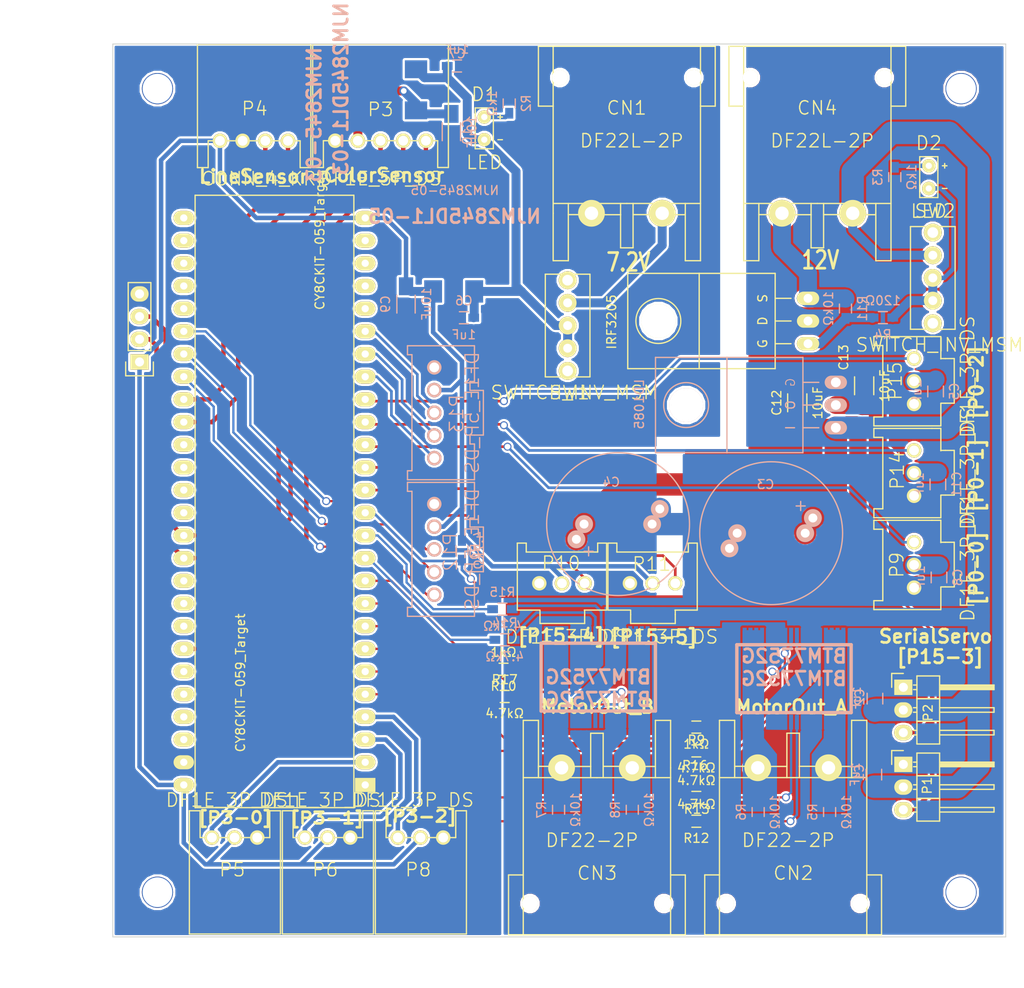
<source format=kicad_pcb>
(kicad_pcb (version 4) (host pcbnew "(2015-01-16 BZR 5376)-product")
  (layers (0 F.Cu signal) (31 B.Cu signal) (34 B.Paste user) (35 F.Paste user) (36 B.SilkS user) (37 F.SilkS user) (38 B.Mask user hide) (39 F.Mask user hide) (44 Edge.Cuts user))
  (net 0 "")
  (net 1 VS)
  (net 2 GND)
  (net 3 "Net-(C6-Pad1)")
  (net 4 PowerSW)
  (net 5 +5V)
  (net 6 +3V3)
  (net 7 +8V)
  (net 8 /motor/motor_a-OUT2)
  (net 9 /motor/motor_a-OUT1)
  (net 10 /motor/motor_b-OUT1)
  (net 11 /motor/motor_b-OUT2)
  (net 12 "Net-(D1-Pad1)")
  (net 13 "Net-(D2-Pad1)")
  (net 14 "Net-(D2-Pad2)")
  (net 15 COLOR_SCL)
  (net 16 COLOR_SDA)
  (net 17 sensor_LED)
  (net 18 RX/LineSensor)
  (net 19 TX/LineSensor)
  (net 20 IS_a)
  (net 21 IS_b)
  (net 22 IN_b-1)
  (net 23 IN_b-2)
  (net 24 IN_a-1)
  (net 25 IN_a-2)
  (net 26 "Net-(R12-Pad1)")
  (net 27 "Net-(R13-Pad1)")
  (net 28 "Net-(R14-Pad1)")
  (net 29 "Net-(R15-Pad1)")
  (net 30 INH_a)
  (net 31 "Net-(R16-Pad2)")
  (net 32 INH_b)
  (net 33 "Net-(R17-Pad2)")
  (net 34 Servo_PWR)
  (net 35 Serial_Servo)
  (net 36 D_Sensor_1)
  (net 37 D_Sensor_2)
  (net 38 D_Sensor_3)
  (net 39 Servo_PWM_1)
  (net 40 some_pin_1)
  (net 41 some_pin_2)
  (net 42 A_2)
  (net 43 B_2)
  (net 44 Z_2)
  (net 45 A_1)
  (net 46 B_1)
  (net 47 Z_1)
  (net 48 Servo_PWM_2)
  (net 49 Servo_PWM_3)
  (net 50 "Net-(CN4-Pad2)")
  (module Resistors_SMD:R_0805_HandSoldering (layer B.Cu) (at 145.227 116.826 90)
    (fp_text reference C1 (at 0.226 -1.627 90) (layer B.SilkS) (effects (justify mirror)))
    (fp_text value 1uF (at 0 -2.1 90) (layer B.SilkS) (effects (justify mirror)))
    (pad 1 smd rect (at -1.35 0 90) (size 1.5 1.3) (layers B.Cu B.Paste B.Mask) (net 1 VS))
    (pad 2 smd rect (at 1.35 0 90) (size 1.5 1.3) (layers B.Cu B.Paste B.Mask) (net 2 GND))
  )
  (module Resistors_SMD:R_0805_HandSoldering (layer B.Cu) (at 145.354 108.317 90)
    (fp_text reference C2 (at 0.167 -1.704 270) (layer B.SilkS) (effects (justify mirror)))
    (fp_text value 1uF (at 0 -2.1 90) (layer B.SilkS) (effects (justify mirror)))
    (pad 1 smd rect (at -1.35 0 90) (size 1.5 1.3) (layers B.Cu B.Paste B.Mask) (net 1 VS))
    (pad 2 smd rect (at 1.35 0 90) (size 1.5 1.3) (layers B.Cu B.Paste B.Mask) (net 2 GND))
  )
  (module Resistors_SMD:R_0603_HandSoldering (layer B.Cu) (at 99.314 65.659 180)
    (fp_text reference C6 (at 0 1.9 180) (layer B.SilkS) (effects (justify mirror)))
    (fp_text value 1uF (at 0 -1.9 180) (layer B.SilkS) (effects (justify mirror)))
    (pad 1 smd rect (at -1.1 0 180) (size 1.2 0.9) (layers B.Cu B.Paste B.Mask) (net 3 "Net-(C6-Pad1)"))
    (pad 2 smd rect (at 1.1 0 180) (size 1.2 0.9) (layers B.Cu B.Paste B.Mask) (net 2 GND))
  )
  (module Resistors_SMD:R_0603_HandSoldering (layer B.Cu) (at 98.552 37.465)
    (fp_text reference C7 (at -0.002 -1.365) (layer B.SilkS) (effects (justify mirror)))
    (fp_text value 1uF (at 0 -1.9) (layer B.SilkS) (effects (justify mirror)))
    (pad 1 smd rect (at -1.1 0) (size 1.2 0.9) (layers B.Cu B.Paste B.Mask) (net 3 "Net-(C6-Pad1)"))
    (pad 2 smd rect (at 1.1 0) (size 1.2 0.9) (layers B.Cu B.Paste B.Mask) (net 2 GND))
  )
  (module user_conn:CONN_RED_2P (layer F.Cu) (at 113.604 53.961)
    (fp_text reference CN1 (at 3.94 -11.8) (layer F.SilkS) (effects (font (size 1.5 1.5))))
    (fp_text value DF22L-2P (at 4.51 -8.12) (layer F.SilkS) (effects (font (size 1.5 1.5))))
    (pad 2 thru_hole circle (at 0 0) (size 3 3) (drill 1.5) (layers *.Cu *.Mask F.SilkS) (net 2 GND))
    (pad 1 thru_hole circle (at 7.92 0) (size 3 3) (drill 1.5) (layers *.Cu *.Mask F.SilkS) (net 7 +8V))
    (pad "" np_thru_hole circle (at -3.54 -15.2) (size 1.7 1.7) (drill 1.7) (layers *.Cu *.Mask F.SilkS))
    (pad "" np_thru_hole circle (at 11.46 -15.2) (size 1.7 1.7) (drill 1.7) (layers *.Cu *.Mask F.SilkS))
  )
  (module user_conn:CONN_RED_2P (layer F.Cu) (at 140.15 116.06 180)
    (fp_text reference CN2 (at 3.94 -11.8 180) (layer F.SilkS) (effects (font (size 1.5 1.5))))
    (fp_text value DF22-2P (at 4.51 -8.12 180) (layer F.SilkS) (effects (font (size 1.5 1.5))))
    (pad 2 thru_hole circle (at 0 0 180) (size 3 3) (drill 1.5) (layers *.Cu *.Mask F.SilkS) (net 8 /motor/motor_a-OUT2))
    (pad 1 thru_hole circle (at 7.92 0 180) (size 3 3) (drill 1.5) (layers *.Cu *.Mask F.SilkS) (net 9 /motor/motor_a-OUT1))
    (pad "" np_thru_hole circle (at -3.54 -15.2 180) (size 1.7 1.7) (drill 1.7) (layers *.Cu *.Mask F.SilkS))
    (pad "" np_thru_hole circle (at 11.46 -15.2 180) (size 1.7 1.7) (drill 1.7) (layers *.Cu *.Mask F.SilkS))
  )
  (module user_conn:CONN_RED_2P (layer F.Cu) (at 118.176 116.064 180)
    (fp_text reference CN3 (at 3.94 -11.8 180) (layer F.SilkS) (effects (font (size 1.5 1.5))))
    (fp_text value DF22-2P (at 4.51 -8.12 180) (layer F.SilkS) (effects (font (size 1.5 1.5))))
    (pad 2 thru_hole circle (at 0 0 180) (size 3 3) (drill 1.5) (layers *.Cu *.Mask F.SilkS) (net 10 /motor/motor_b-OUT1))
    (pad 1 thru_hole circle (at 7.92 0 180) (size 3 3) (drill 1.5) (layers *.Cu *.Mask F.SilkS) (net 11 /motor/motor_b-OUT2))
    (pad "" np_thru_hole circle (at -3.54 -15.2 180) (size 1.7 1.7) (drill 1.7) (layers *.Cu *.Mask F.SilkS))
    (pad "" np_thru_hole circle (at 11.46 -15.2 180) (size 1.7 1.7) (drill 1.7) (layers *.Cu *.Mask F.SilkS))
  )
  (module user_conn:CONN_RED_2P (layer F.Cu) (at 134.94 53.961)
    (fp_text reference CN4 (at 3.94 -11.8) (layer F.SilkS) (effects (font (size 1.5 1.5))))
    (fp_text value DF22L-2P (at 4.51 -8.12) (layer F.SilkS) (effects (font (size 1.5 1.5))))
    (pad 2 thru_hole circle (at 0 0) (size 3 3) (drill 1.5) (layers *.Cu *.Mask F.SilkS) (net 50 "Net-(CN4-Pad2)"))
    (pad 1 thru_hole circle (at 7.92 0) (size 3 3) (drill 1.5) (layers *.Cu *.Mask F.SilkS) (net 1 VS))
    (pad "" np_thru_hole circle (at -3.54 -15.2) (size 1.7 1.7) (drill 1.7) (layers *.Cu *.Mask F.SilkS))
    (pad "" np_thru_hole circle (at 11.46 -15.2) (size 1.7 1.7) (drill 1.7) (layers *.Cu *.Mask F.SilkS))
  )
  (module user_IC:LED_HL_REG (layer F.Cu) (at 101.6 43.18)
    (fp_text reference D1 (at 0 -2.54) (layer F.SilkS) (effects (font (size 1.5 1.5))))
    (fp_text value LED (at 0 5.08) (layer F.SilkS) (effects (font (size 1.5 1.5))))
    (pad 1 thru_hole circle (at 0 0) (size 1.5 1.5) (drill 0.7) (layers *.Cu *.Mask F.SilkS) (net 12 "Net-(D1-Pad1)"))
    (pad 2 thru_hole circle (at 0 2.54) (size 1.5 1.5) (drill 0.7) (layers *.Cu *.Mask F.SilkS) (net 3 "Net-(C6-Pad1)"))
  )
  (module user_IC:LED_HL_REG (layer F.Cu) (at 151.384 48.641)
    (fp_text reference D2 (at 0 -2.54) (layer F.SilkS) (effects (font (size 1.5 1.5))))
    (fp_text value LED (at 0 5.08) (layer F.SilkS) (effects (font (size 1.5 1.5))))
    (pad 1 thru_hole circle (at 0 0) (size 1.5 1.5) (drill 0.7) (layers *.Cu *.Mask F.SilkS) (net 13 "Net-(D2-Pad1)"))
    (pad 2 thru_hole circle (at 0 2.54) (size 1.5 1.5) (drill 0.7) (layers *.Cu *.Mask F.SilkS) (net 14 "Net-(D2-Pad2)"))
  )
  (module Pin_Headers:Pin_Header_Angled_1x03 (layer F.Cu) (at 148.529 115.683)
    (fp_text reference P1 (at 2.671 2.367 90) (layer F.SilkS))
    (fp_text value CONN_01X03 hide)
    (pad 1 thru_hole rect (at 0 0) (size 2.032 1.7272) (drill 1.016) (layers *.Cu *.Mask F.SilkS) (net 2 GND))
    (pad 2 thru_hole oval (at 0 2.54) (size 2.032 1.7272) (drill 1.016) (layers *.Cu *.Mask F.SilkS) (net 1 VS))
    (pad 3 thru_hole oval (at 0 5.08) (size 2.032 1.7272) (drill 1.016) (layers *.Cu *.Mask F.SilkS) (net 35 Serial_Servo))
  )
  (module Pin_Headers:Pin_Header_Angled_1x03 (layer F.Cu) (at 148.529 107.047)
    (fp_text reference P2 (at 2.771 2.853 90) (layer F.SilkS))
    (fp_text value CONN_01X03 hide)
    (pad 1 thru_hole rect (at 0 0) (size 2.032 1.7272) (drill 1.016) (layers *.Cu *.Mask F.SilkS) (net 2 GND))
    (pad 2 thru_hole oval (at 0 2.54) (size 2.032 1.7272) (drill 1.016) (layers *.Cu *.Mask F.SilkS) (net 1 VS))
    (pad 3 thru_hole oval (at 0 5.08) (size 2.032 1.7272) (drill 1.016) (layers *.Cu *.Mask F.SilkS) (net 35 Serial_Servo))
  )
  (module user_conn:DF1E_5P (layer F.Cu) (at 89.982 45.833)
    (fp_text reference P3 (at 0 -3.5) (layer F.SilkS) (effects (font (size 1.5 1.5))))
    (fp_text value DF1E_5P_DS (at 0 4.25) (layer F.SilkS) (effects (font (size 1.5 1.5))))
    (pad 5 thru_hole circle (at 5.08 0) (size 1.624 1.624) (drill 1.1) (layers *.Cu *.Mask F.SilkS) (net 17 sensor_LED))
    (pad 4 thru_hole circle (at 2.54 0) (size 1.624 1.624) (drill 1.1) (layers *.Cu *.Mask F.SilkS) (net 15 COLOR_SCL))
    (pad 3 thru_hole circle (at 0 0) (size 1.624 1.624) (drill 1.1) (layers *.Cu *.Mask F.SilkS) (net 16 COLOR_SDA))
    (pad 2 thru_hole circle (at -2.54 0) (size 1.624 1.624) (drill 1.1) (layers *.Cu *.Mask F.SilkS) (net 6 +3V3))
    (pad 1 thru_hole circle (at -5.08 0) (size 1.624 1.624) (drill 1.1) (layers *.Cu *.Mask F.SilkS) (net 2 GND))
  )
  (module user_conn:DF1E_4P (layer F.Cu) (at 75.377 40.245)
    (fp_text reference P4 (at 0.5 2) (layer F.SilkS) (effects (font (size 1.5 1.5))))
    (fp_text value CONN_4_KRP (at 1.7 9.85) (layer F.SilkS) (effects (font (size 1.5 1.5))))
    (pad 4 thru_hole circle (at 4.24 5.6) (size 1.624 1.624) (drill 1.1) (layers *.Cu *.Mask F.SilkS) (net 18 RX/LineSensor))
    (pad 3 thru_hole circle (at 1.7 5.6) (size 1.624 1.624) (drill 1.1) (layers *.Cu *.Mask F.SilkS) (net 19 TX/LineSensor))
    (pad 2 thru_hole circle (at -0.84 5.6) (size 1.624 1.624) (drill 1.1) (layers *.Cu *.Mask F.SilkS) (net 2 GND))
    (pad 1 thru_hole circle (at -3.38 5.6) (size 1.624 1.624) (drill 1.1) (layers *.Cu *.Mask F.SilkS) (net 5 +5V))
  )
  (module Transistors_TO-220:TO-220_FET-GDS_Horizontal (layer F.Cu) (at 137.861 66.026 90)
    (fp_text reference IRF3205 (at -0.09906 -21.99894 90) (layer F.SilkS))
    (fp_text value MOS_N+pad hide)
    (fp_text user S (at 2.54 -5.08 90) (layer F.SilkS))
    (fp_text user D (at 0 -5.08 90) (layer F.SilkS))
    (fp_text user G (at -2.54 -5.08 90) (layer F.SilkS))
    (pad D thru_hole oval (at 0 0 180) (size 2.49936 1.50114) (drill 1.00076) (layers *.Cu *.Mask F.SilkS) (net 2 GND))
    (pad G thru_hole oval (at -2.54 0 180) (size 2.49936 1.50114) (drill 1.00076) (layers *.Cu *.Mask F.SilkS) (net 4 PowerSW))
    (pad S thru_hole oval (at 2.54 0 180) (size 2.49936 1.50114) (drill 1.00076) (layers *.Cu *.Mask F.SilkS) (net 50 "Net-(CN4-Pad2)"))
    (pad "" np_thru_hole circle (at 0 -16.764 180) (size 3.79984 3.79984) (drill 3.79984) (layers *.Cu *.Mask F.SilkS))
  )
  (module Resistors_SMD:R_0603_HandSoldering (layer B.Cu) (at 99.1 91.7 270)
    (fp_text reference R1 (at 0.2 -1.5 270) (layer B.SilkS) (effects (justify mirror)))
    (fp_text value 4.7kΩ (at 0 -1.9 270) (layer B.SilkS) (effects (justify mirror)))
    (pad 1 smd rect (at -1.1 0 270) (size 1.2 0.9) (layers B.Cu B.Paste B.Mask) (net 5 +5V))
    (pad 2 smd rect (at 1.1 0 270) (size 1.2 0.9) (layers B.Cu B.Paste B.Mask) (net 35 Serial_Servo))
  )
  (module Resistors_SMD:R_0603_HandSoldering (layer B.Cu) (at 104.394 41.656 90)
    (fp_text reference R2 (at 0 1.9 90) (layer B.SilkS) (effects (justify mirror)))
    (fp_text value 1kΩ (at 0 -1.9 90) (layer B.SilkS) (effects (justify mirror)))
    (pad 1 smd rect (at -1.1 0 90) (size 1.2 0.9) (layers B.Cu B.Paste B.Mask) (net 12 "Net-(D1-Pad1)"))
    (pad 2 smd rect (at 1.1 0 90) (size 1.2 0.9) (layers B.Cu B.Paste B.Mask) (net 2 GND))
  )
  (module Resistors_SMD:R_0603_HandSoldering (layer B.Cu) (at 147.574 49.911 270)
    (fp_text reference R3 (at 0 1.9 270) (layer B.SilkS) (effects (justify mirror)))
    (fp_text value 1kΩ (at 0 -1.9 270) (layer B.SilkS) (effects (justify mirror)))
    (pad 1 smd rect (at -1.1 0 270) (size 1.2 0.9) (layers B.Cu B.Paste B.Mask) (net 13 "Net-(D2-Pad1)"))
    (pad 2 smd rect (at 1.1 0 270) (size 1.2 0.9) (layers B.Cu B.Paste B.Mask) (net 2 GND))
  )
  (module Resistors_SMD:R_0603_HandSoldering (layer B.Cu) (at 146.243 65.645)
    (fp_text reference R4 (at 0 1.9) (layer B.SilkS) (effects (justify mirror)))
    (fp_text value 120Ω (at 0 -1.9) (layer B.SilkS) (effects (justify mirror)))
    (pad 1 smd rect (at -1.1 0) (size 1.2 0.9) (layers B.Cu B.Paste B.Mask) (net 4 PowerSW))
    (pad 2 smd rect (at 1.1 0) (size 1.2 0.9) (layers B.Cu B.Paste B.Mask) (net 14 "Net-(D2-Pad2)"))
  )
  (module Resistors_SMD:R_0603_HandSoldering (layer B.Cu) (at 140.274 121.017 270)
    (fp_text reference R5 (at 0 1.9 270) (layer B.SilkS) (effects (justify mirror)))
    (fp_text value 10kΩ (at 0 -1.9 270) (layer B.SilkS) (effects (justify mirror)))
    (pad 1 smd rect (at -1.1 0 270) (size 1.2 0.9) (layers B.Cu B.Paste B.Mask) (net 8 /motor/motor_a-OUT2))
    (pad 2 smd rect (at 1.1 0 270) (size 1.2 0.9) (layers B.Cu B.Paste B.Mask) (net 2 GND))
  )
  (module Resistors_SMD:R_0603_HandSoldering (layer B.Cu) (at 132.273 121.017 270)
    (fp_text reference R6 (at 0 1.9 270) (layer B.SilkS) (effects (justify mirror)))
    (fp_text value 10kΩ (at 0 -1.9 270) (layer B.SilkS) (effects (justify mirror)))
    (pad 1 smd rect (at -1.1 0 270) (size 1.2 0.9) (layers B.Cu B.Paste B.Mask) (net 9 /motor/motor_a-OUT1))
    (pad 2 smd rect (at 1.1 0 270) (size 1.2 0.9) (layers B.Cu B.Paste B.Mask) (net 2 GND))
  )
  (module Resistors_SMD:R_0603_HandSoldering (layer B.Cu) (at 109.921 120.763 270)
    (fp_text reference R7 (at 0 1.9 270) (layer B.SilkS) (effects (justify mirror)))
    (fp_text value 10kΩ (at 0 -1.9 270) (layer B.SilkS) (effects (justify mirror)))
    (pad 1 smd rect (at -1.1 0 270) (size 1.2 0.9) (layers B.Cu B.Paste B.Mask) (net 11 /motor/motor_b-OUT2))
    (pad 2 smd rect (at 1.1 0 270) (size 1.2 0.9) (layers B.Cu B.Paste B.Mask) (net 2 GND))
  )
  (module Resistors_SMD:R_0603_HandSoldering (layer B.Cu) (at 118.176 120.763 270)
    (fp_text reference R8 (at 0 1.9 270) (layer B.SilkS) (effects (justify mirror)))
    (fp_text value 10kΩ (at 0 -1.9 270) (layer B.SilkS) (effects (justify mirror)))
    (pad 1 smd rect (at -1.1 0 270) (size 1.2 0.9) (layers B.Cu B.Paste B.Mask) (net 10 /motor/motor_b-OUT1))
    (pad 2 smd rect (at 1.1 0 270) (size 1.2 0.9) (layers B.Cu B.Paste B.Mask) (net 2 GND))
  )
  (module Resistors_SMD:R_0603_HandSoldering (layer F.Cu) (at 125.349 111.506)
    (fp_text reference R9 (at 0.001 1.444) (layer F.SilkS))
    (fp_text value 1kΩ (at 0 1.9) (layer F.SilkS))
    (pad 1 smd rect (at -1.1 0) (size 1.2 0.9) (layers F.Cu F.Paste F.Mask) (net 2 GND))
    (pad 2 smd rect (at 1.1 0) (size 1.2 0.9) (layers F.Cu F.Paste F.Mask) (net 20 IS_a))
  )
  (module Resistors_SMD:R_0603_HandSoldering (layer F.Cu) (at 103.759 105.029 180)
    (fp_text reference R10 (at 0 -1.9 180) (layer F.SilkS))
    (fp_text value 1kΩ (at 0 1.9 180) (layer F.SilkS))
    (pad 1 smd rect (at -1.1 0 180) (size 1.2 0.9) (layers F.Cu F.Paste F.Mask) (net 2 GND))
    (pad 2 smd rect (at 1.1 0 180) (size 1.2 0.9) (layers F.Cu F.Paste F.Mask) (net 21 IS_b))
  )
  (module user_SW:Toggle_Switch_1L (layer F.Cu) (at 110.937 66.534)
    (fp_text reference SW1 (at 0.213 7.516) (layer F.SilkS) (effects (font (size 1.5 1.5))))
    (fp_text value SWITCH_INV_MSM (at 0.75 7.5) (layer F.SilkS) (effects (font (size 1.5 1.5))))
    (pad "" np_thru_hole circle (at 0 5.08) (size 2 2) (drill 1.2) (layers *.Cu *.Mask F.SilkS))
    (pad 1 thru_hole circle (at 0 -2.54) (size 2 2) (drill 1) (layers *.Cu *.Mask F.SilkS) (net 7 +8V))
    (pad 2 thru_hole circle (at 0 0) (size 2 2) (drill 1) (layers *.Cu *.Mask F.SilkS) (net 3 "Net-(C6-Pad1)"))
    (pad 3 thru_hole circle (at 0 2.54) (size 2 2) (drill 1) (layers *.Cu *.Mask F.SilkS) (net 3 "Net-(C6-Pad1)"))
    (pad "" np_thru_hole circle (at 0 -5.08) (size 2 2) (drill 1.2) (layers *.Cu *.Mask F.SilkS))
  )
  (module user_SW:Toggle_Switch_1L (layer F.Cu) (at 151.831 61.2)
    (fp_text reference SW2 (at 0.25 -7.5) (layer F.SilkS) (effects (font (size 1.5 1.5))))
    (fp_text value SWITCH_INV_MSM (at 0.75 7.5) (layer F.SilkS) (effects (font (size 1.5 1.5))))
    (pad "" np_thru_hole circle (at 0 5.08) (size 2 2) (drill 1.2) (layers *.Cu *.Mask F.SilkS))
    (pad 1 thru_hole circle (at 0 -2.54) (size 2 2) (drill 1) (layers *.Cu *.Mask F.SilkS) (net 1 VS))
    (pad 2 thru_hole circle (at 0 0) (size 2 2) (drill 1) (layers *.Cu *.Mask F.SilkS) (net 14 "Net-(D2-Pad2)"))
    (pad 3 thru_hole circle (at 0 2.54) (size 2 2) (drill 1) (layers *.Cu *.Mask F.SilkS) (net 14 "Net-(D2-Pad2)"))
    (pad "" np_thru_hole circle (at 0 -5.08) (size 2 2) (drill 1.2) (layers *.Cu *.Mask F.SilkS))
  )
  (module user_IC:PSoC_5LP_Prototyping_Kit (layer F.Cu) (at 78.105 78.613 90)
    (fp_text reference CY8CKIT-059_Target (at -27.94 -3.81 90) (layer F.SilkS))
    (fp_text value CY8CKIT-059_Target (at 21.59 5.08 90) (layer F.SilkS))
    (pad 1 thru_hole rect (at -39.37 10.16 90) (size 1.5748 2.286) (drill 0.8128) (layers *.Cu *.Mask F.SilkS) (net 2 GND))
    (pad 2 thru_hole oval (at -36.83 10.16 90) (size 1.5748 2.286) (drill 0.8128) (layers *.Cu *.Mask F.SilkS) (net 36 D_Sensor_1))
    (pad 3 thru_hole oval (at -34.29 10.16 90) (size 1.5748 2.286) (drill 0.8128) (layers *.Cu *.Mask F.SilkS) (net 37 D_Sensor_2))
    (pad 4 thru_hole oval (at -31.75 10.16 90) (size 1.5748 2.286) (drill 0.8128) (layers *.Cu *.Mask F.SilkS) (net 38 D_Sensor_3))
    (pad 5 thru_hole oval (at -29.21 10.16 90) (size 1.5748 2.286) (drill 0.8128) (layers *.Cu *.Mask F.SilkS) (net 24 IN_a-1))
    (pad 6 thru_hole oval (at -26.67 10.16 90) (size 1.5748 2.286) (drill 0.8128) (layers *.Cu *.Mask F.SilkS) (net 25 IN_a-2))
    (pad 7 thru_hole oval (at -24.13 10.16 90) (size 1.5748 2.286) (drill 0.8128) (layers *.Cu *.Mask F.SilkS) (net 30 INH_a))
    (pad 8 thru_hole oval (at -21.59 10.16 90) (size 1.5748 2.286) (drill 0.8128) (layers *.Cu *.Mask F.SilkS) (net 20 IS_a))
    (pad 9 thru_hole oval (at -19.05 10.16 90) (size 1.5748 2.286) (drill 0.8128) (layers *.Cu *.Mask F.SilkS) (net 32 INH_b))
    (pad 10 thru_hole oval (at -16.51 10.16 90) (size 1.5748 2.286) (drill 0.8128) (layers *.Cu *.Mask F.SilkS) (net 21 IS_b))
    (pad 11 thru_hole oval (at -13.97 10.16 90) (size 1.5748 2.286) (drill 0.8128) (layers *.Cu *.Mask F.SilkS) (net 22 IN_b-1))
    (pad 12 thru_hole oval (at -11.43 10.16 90) (size 1.5748 2.286) (drill 0.8128) (layers *.Cu *.Mask F.SilkS) (net 23 IN_b-2))
    (pad 13 thru_hole oval (at -8.89 10.16 90) (size 1.5748 2.286) (drill 0.8128) (layers *.Cu *.Mask F.SilkS) (net 35 Serial_Servo))
    (pad 14 thru_hole oval (at -6.35 10.16 90) (size 1.5748 2.286) (drill 0.8128) (layers *.Cu *.Mask F.SilkS) (net 40 some_pin_1))
    (pad 15 thru_hole oval (at -3.81 10.16 90) (size 1.5748 2.286) (drill 0.8128) (layers *.Cu *.Mask F.SilkS) (net 41 some_pin_2))
    (pad 16 thru_hole oval (at -1.27 10.16 90) (size 1.5748 2.286) (drill 0.8128) (layers *.Cu *.Mask F.SilkS) (net 39 Servo_PWM_1))
    (pad 17 thru_hole oval (at 1.27 10.16 90) (size 1.5748 2.286) (drill 0.8128) (layers *.Cu *.Mask F.SilkS) (net 48 Servo_PWM_2))
    (pad 18 thru_hole oval (at 3.81 10.16 90) (size 1.5748 2.286) (drill 0.8128) (layers *.Cu *.Mask F.SilkS) (net 49 Servo_PWM_3))
    (pad 19 thru_hole oval (at 6.35 10.16 90) (size 1.5748 2.286) (drill 0.8128) (layers *.Cu *.Mask F.SilkS) (net 47 Z_1))
    (pad 20 thru_hole oval (at 8.89 10.16 90) (size 1.5748 2.286) (drill 0.8128) (layers *.Cu *.Mask F.SilkS) (net 46 B_1))
    (pad 21 thru_hole oval (at 11.43 10.16 90) (size 1.5748 2.286) (drill 0.8128) (layers *.Cu *.Mask F.SilkS) (net 45 A_1))
    (pad 22 thru_hole oval (at 13.97 10.16 90) (size 1.5748 2.286) (drill 0.8128) (layers *.Cu *.Mask F.SilkS))
    (pad 23 thru_hole oval (at 16.51 10.16 90) (size 1.5748 2.286) (drill 0.8128) (layers *.Cu *.Mask F.SilkS))
    (pad 24 thru_hole oval (at 19.05 10.16 90) (size 1.5748 2.286) (drill 0.8128) (layers *.Cu *.Mask F.SilkS))
    (pad 25 thru_hole oval (at 21.59 10.16 90) (size 1.5748 2.286) (drill 0.8128) (layers *.Cu *.Mask F.SilkS))
    (pad 26 thru_hole oval (at 24.13 10.16 90) (size 1.5748 2.286) (drill 0.8128) (layers *.Cu *.Mask F.SilkS) (net 5 +5V))
    (pad 27 thru_hole oval (at 24.13 -10.16 90) (size 1.5748 2.286) (drill 0.8128) (layers *.Cu *.Mask F.SilkS))
    (pad 28 thru_hole oval (at 21.59 -10.16 90) (size 1.5748 2.286) (drill 0.8128) (layers *.Cu *.Mask F.SilkS))
    (pad 29 thru_hole oval (at 19.05 -10.16 90) (size 1.5748 2.286) (drill 0.8128) (layers *.Cu *.Mask F.SilkS))
    (pad 30 thru_hole oval (at 16.51 -10.16 90) (size 1.5748 2.286) (drill 0.8128) (layers *.Cu *.Mask F.SilkS))
    (pad 31 thru_hole oval (at 13.97 -10.16 90) (size 1.5748 2.286) (drill 0.8128) (layers *.Cu *.Mask F.SilkS))
    (pad 32 thru_hole oval (at 11.43 -10.16 90) (size 1.5748 2.286) (drill 0.8128) (layers *.Cu *.Mask F.SilkS) (net 42 A_2))
    (pad 33 thru_hole oval (at 8.89 -10.16 90) (size 1.5748 2.286) (drill 0.8128) (layers *.Cu *.Mask F.SilkS) (net 43 B_2))
    (pad 34 thru_hole oval (at 6.35 -10.16 90) (size 1.5748 2.286) (drill 0.8128) (layers *.Cu *.Mask F.SilkS) (net 44 Z_2))
    (pad 35 thru_hole oval (at 3.81 -10.16 90) (size 1.5748 2.286) (drill 0.8128) (layers *.Cu *.Mask F.SilkS) (net 19 TX/LineSensor))
    (pad 36 thru_hole oval (at 1.27 -10.16 90) (size 1.5748 2.286) (drill 0.8128) (layers *.Cu *.Mask F.SilkS) (net 18 RX/LineSensor))
    (pad 37 thru_hole oval (at -1.27 -10.16 90) (size 1.5748 2.286) (drill 0.8128) (layers *.Cu *.Mask F.SilkS))
    (pad 38 thru_hole oval (at -3.81 -10.16 90) (size 1.5748 2.286) (drill 0.8128) (layers *.Cu *.Mask F.SilkS))
    (pad 39 thru_hole oval (at -6.35 -10.16 90) (size 1.5748 2.286) (drill 0.8128) (layers *.Cu *.Mask F.SilkS))
    (pad 40 thru_hole oval (at -8.89 -10.16 90) (size 1.5748 2.286) (drill 0.8128) (layers *.Cu *.Mask F.SilkS))
    (pad 41 thru_hole oval (at -11.43 -10.16 90) (size 1.5748 2.286) (drill 0.8128) (layers *.Cu *.Mask F.SilkS) (net 16 COLOR_SDA))
    (pad 42 thru_hole oval (at -13.97 -10.16 90) (size 1.5748 2.286) (drill 0.8128) (layers *.Cu *.Mask F.SilkS) (net 15 COLOR_SCL))
    (pad 43 thru_hole oval (at -16.51 -10.16 90) (size 1.5748 2.286) (drill 0.8128) (layers *.Cu *.Mask F.SilkS))
    (pad 44 thru_hole oval (at -19.05 -10.16 90) (size 1.5748 2.286) (drill 0.8128) (layers *.Cu *.Mask F.SilkS))
    (pad 45 thru_hole oval (at -21.59 -10.16 90) (size 1.5748 2.286) (drill 0.8128) (layers *.Cu *.Mask F.SilkS))
    (pad 46 thru_hole oval (at -24.13 -10.16 90) (size 1.5748 2.286) (drill 0.8128) (layers *.Cu *.Mask F.SilkS) (net 17 sensor_LED))
    (pad 47 thru_hole oval (at -26.67 -10.16 90) (size 1.5748 2.286) (drill 0.8128) (layers *.Cu *.Mask F.SilkS))
    (pad 48 thru_hole oval (at -29.21 -10.16 90) (size 1.5748 2.286) (drill 0.8128) (layers *.Cu *.Mask F.SilkS))
    (pad 49 thru_hole oval (at -31.75 -10.16 90) (size 1.5748 2.286) (drill 0.8128) (layers *.Cu *.Mask F.SilkS))
    (pad 50 thru_hole oval (at -34.29 -10.16 90) (size 1.5748 2.286) (drill 0.8128) (layers *.Cu *.Mask F.SilkS))
    (pad 51 thru_hole oval (at -36.83 -10.16 90) (size 1.5748 2.286) (drill 0.8128) (layers *.Cu *.Mask F.SilkS) (net 2 GND))
    (pad 52 thru_hole oval (at -39.37 -10.16 90) (size 1.5748 2.286) (drill 0.8128) (layers *.Cu *.Mask F.SilkS) (net 5 +5V))
  )
  (module user_conn:DF1E_3P (layer F.Cu) (at 76.1746 123.8758 180)
    (fp_text reference P5 (at 2.8 -3.6 180) (layer F.SilkS) (effects (font (size 1.5 1.5))))
    (fp_text value DF1E_3P_DS (at 3.4 4.2 180) (layer F.SilkS) (effects (font (size 1.5 1.5))))
    (pad 3 thru_hole circle (at 5.08 0 180) (size 1.624 1.624) (drill 1.1) (layers *.Cu *.Mask F.SilkS) (net 36 D_Sensor_1))
    (pad 2 thru_hole circle (at 2.54 0 180) (size 1.624 1.624) (drill 1.1) (layers *.Cu *.Mask F.SilkS) (net 5 +5V))
    (pad 1 thru_hole circle (at 0 0 180) (size 1.624 1.624) (drill 1.1) (layers *.Cu *.Mask F.SilkS) (net 2 GND))
  )
  (module user_conn:DF1E_3P (layer F.Cu) (at 86.5886 123.8758 180)
    (fp_text reference P6 (at 2.8 -3.6 180) (layer F.SilkS) (effects (font (size 1.5 1.5))))
    (fp_text value DF1E_3P_DS (at 3.4 4.2 180) (layer F.SilkS) (effects (font (size 1.5 1.5))))
    (pad 3 thru_hole circle (at 5.08 0 180) (size 1.624 1.624) (drill 1.1) (layers *.Cu *.Mask F.SilkS) (net 37 D_Sensor_2))
    (pad 2 thru_hole circle (at 2.54 0 180) (size 1.624 1.624) (drill 1.1) (layers *.Cu *.Mask F.SilkS) (net 5 +5V))
    (pad 1 thru_hole circle (at 0 0 180) (size 1.624 1.624) (drill 1.1) (layers *.Cu *.Mask F.SilkS) (net 2 GND))
  )
  (module Resistors_SMD:R_0603_HandSoldering (layer B.Cu) (at 142.052 64.629 90)
    (fp_text reference R11 (at 0 1.9 90) (layer B.SilkS) (effects (justify mirror)))
    (fp_text value 10kΩ (at 0 -1.9 90) (layer B.SilkS) (effects (justify mirror)))
    (pad 1 smd rect (at -1.1 0 90) (size 1.2 0.9) (layers B.Cu B.Paste B.Mask) (net 4 PowerSW))
    (pad 2 smd rect (at 1.1 0 90) (size 1.2 0.9) (layers B.Cu B.Paste B.Mask) (net 50 "Net-(CN4-Pad2)"))
  )
  (module Resistors_SMD:R_0603_HandSoldering (layer F.Cu) (at 125.349 122.047 180)
    (fp_text reference R12 (at 0 -1.905 180) (layer F.SilkS))
    (fp_text value 4.7kΩ (at 0 1.9 180) (layer F.SilkS))
    (pad 1 smd rect (at -1.1 0 180) (size 1.2 0.9) (layers F.Cu F.Paste F.Mask) (net 26 "Net-(R12-Pad1)"))
    (pad 2 smd rect (at 1.1 0 180) (size 1.2 0.9) (layers F.Cu F.Paste F.Mask) (net 24 IN_a-1))
  )
  (module Resistors_SMD:R_0603_HandSoldering (layer F.Cu) (at 125.349 119.38 180)
    (fp_text reference R13 (at -0.051 -1.32 180) (layer F.SilkS))
    (fp_text value 4.7kΩ (at 0 1.9 180) (layer F.SilkS))
    (pad 1 smd rect (at -1.1 0 180) (size 1.2 0.9) (layers F.Cu F.Paste F.Mask) (net 27 "Net-(R13-Pad1)"))
    (pad 2 smd rect (at 1.1 0 180) (size 1.2 0.9) (layers F.Cu F.Paste F.Mask) (net 25 IN_a-2))
  )
  (module Resistors_SMD:R_0603_HandSoldering (layer F.Cu) (at 125.349 114.173)
    (fp_text reference R16 (at -0.149 1.627) (layer F.SilkS))
    (fp_text value 4.7kΩ (at 0 1.9) (layer F.SilkS))
    (pad 1 smd rect (at -1.1 0) (size 1.2 0.9) (layers F.Cu F.Paste F.Mask) (net 30 INH_a))
    (pad 2 smd rect (at 1.1 0) (size 1.2 0.9) (layers F.Cu F.Paste F.Mask) (net 31 "Net-(R16-Pad2)"))
  )
  (module Resistors_SMD:R_0603_HandSoldering (layer F.Cu) (at 103.886 108.077)
    (fp_text reference R17 (at 0 -1.9) (layer F.SilkS))
    (fp_text value 4.7kΩ (at 0 1.9) (layer F.SilkS))
    (pad 1 smd rect (at -1.1 0) (size 1.2 0.9) (layers F.Cu F.Paste F.Mask) (net 32 INH_b))
    (pad 2 smd rect (at 1.1 0) (size 1.2 0.9) (layers F.Cu F.Paste F.Mask) (net 33 "Net-(R17-Pad2)"))
  )
  (module user_IC:PG-DSO-36 (layer B.Cu) (at 136.2862 106.0818 180)
    (fp_text reference BTM7752G (at -0.01016 2.51968 180) (layer B.SilkS) (effects (font (thickness 0.3048)) (justify mirror)))
    (fp_text value BTM7752G (at 0 0 180) (layer B.SilkS) (effects (font (thickness 0.3048)) (justify mirror)))
    (pad 1 smd rect (at -5.5245 -4.8641 180) (size 0.44958 1.66878) (layers B.Cu B.Paste B.Mask) (net 8 /motor/motor_a-OUT2))
    (pad 2 smd rect (at -4.87426 -4.8641 180) (size 0.44958 1.66878) (layers B.Cu B.Paste B.Mask) (net 8 /motor/motor_a-OUT2))
    (pad 3 smd rect (at -4.22402 -4.8641 180) (size 0.44958 1.66878) (layers B.Cu B.Paste B.Mask) (net 8 /motor/motor_a-OUT2))
    (pad 4 smd rect (at -3.57378 -4.8641 180) (size 0.44958 1.66878) (layers B.Cu B.Paste B.Mask) (net 8 /motor/motor_a-OUT2))
    (pad 5 smd rect (at -2.92608 -4.8641 180) (size 0.44958 1.66878) (layers B.Cu B.Paste B.Mask) (net 2 GND))
    (pad 6 smd rect (at -2.27584 -4.8641 180) (size 0.44958 1.66878) (layers B.Cu B.Paste B.Mask) (net 2 GND))
    (pad 7 smd rect (at -1.6256 -4.8641 180) (size 0.44958 1.66878) (layers B.Cu B.Paste B.Mask) (net 2 GND))
    (pad 8 smd rect (at -0.97536 -4.8641 180) (size 0.44958 1.66878) (layers B.Cu B.Paste B.Mask) (net 2 GND))
    (pad 9 smd rect (at -0.32512 -4.8641 180) (size 0.44958 1.66878) (layers B.Cu B.Paste B.Mask) (net 26 "Net-(R12-Pad1)"))
    (pad 10 smd rect (at 0.32512 -4.8641 180) (size 0.44958 1.66878) (layers B.Cu B.Paste B.Mask) (net 27 "Net-(R13-Pad1)"))
    (pad 11 smd rect (at 0.97536 -4.8641 180) (size 0.44958 1.66878) (layers B.Cu B.Paste B.Mask) (net 1 VS))
    (pad 12 smd rect (at 1.6256 -4.8641 180) (size 0.44958 1.66878) (layers B.Cu B.Paste B.Mask) (net 1 VS))
    (pad 13 smd rect (at 2.27584 -4.8641 180) (size 0.44958 1.66878) (layers B.Cu B.Paste B.Mask) (net 1 VS))
    (pad 14 smd rect (at 2.92608 -4.8641 180) (size 0.44958 1.66878) (layers B.Cu B.Paste B.Mask) (net 1 VS))
    (pad 15 smd rect (at 3.57632 -4.8641 180) (size 0.44958 1.66878) (layers B.Cu B.Paste B.Mask) (net 9 /motor/motor_a-OUT1))
    (pad 16 smd rect (at 4.22402 -4.8641 180) (size 0.44958 1.66878) (layers B.Cu B.Paste B.Mask) (net 9 /motor/motor_a-OUT1))
    (pad 17 smd rect (at 4.87426 -4.8641 180) (size 0.44958 1.66878) (layers B.Cu B.Paste B.Mask) (net 9 /motor/motor_a-OUT1))
    (pad 18 smd rect (at 5.5245 -4.8641 180) (size 0.44958 1.66878) (layers B.Cu B.Paste B.Mask) (net 9 /motor/motor_a-OUT1))
    (pad 19 smd rect (at 5.5245 4.8641 180) (size 0.44958 1.66878) (layers B.Cu B.Paste B.Mask) (net 9 /motor/motor_a-OUT1))
    (pad 20 smd rect (at 4.87426 4.8641 180) (size 0.44958 1.66878) (layers B.Cu B.Paste B.Mask) (net 9 /motor/motor_a-OUT1))
    (pad 21 smd rect (at 4.22402 4.8641 180) (size 0.44958 1.66878) (layers B.Cu B.Paste B.Mask) (net 9 /motor/motor_a-OUT1))
    (pad 22 smd rect (at 3.57632 4.8641 180) (size 0.44958 1.66878) (layers B.Cu B.Paste B.Mask) (net 9 /motor/motor_a-OUT1))
    (pad 23 smd rect (at 2.92608 4.8641 180) (size 0.44958 1.66878) (layers B.Cu B.Paste B.Mask) (net 2 GND))
    (pad 24 smd rect (at 2.27584 4.8641 180) (size 0.44958 1.66878) (layers B.Cu B.Paste B.Mask) (net 2 GND))
    (pad 25 smd rect (at 1.6256 4.8641 180) (size 0.44958 1.66878) (layers B.Cu B.Paste B.Mask) (net 2 GND))
    (pad 26 smd rect (at 0.97536 4.8641 180) (size 0.44958 1.66878) (layers B.Cu B.Paste B.Mask) (net 2 GND))
    (pad 27 smd rect (at 0.32512 4.8641 180) (size 0.44958 1.66878) (layers B.Cu B.Paste B.Mask) (net 31 "Net-(R16-Pad2)"))
    (pad 28 smd rect (at -0.32512 4.8641 180) (size 0.44958 1.66878) (layers B.Cu B.Paste B.Mask) (net 20 IS_a))
    (pad 29 smd rect (at -0.97536 4.8641 180) (size 0.44958 1.66878) (layers B.Cu B.Paste B.Mask) (net 1 VS))
    (pad 30 smd rect (at -1.6256 4.8641 180) (size 0.44958 1.66878) (layers B.Cu B.Paste B.Mask) (net 1 VS))
    (pad 31 smd rect (at -2.27584 4.8641 180) (size 0.44958 1.66878) (layers B.Cu B.Paste B.Mask) (net 1 VS))
    (pad 32 smd rect (at -2.92608 4.8641 180) (size 0.44958 1.66878) (layers B.Cu B.Paste B.Mask) (net 1 VS))
    (pad 33 smd rect (at -3.57378 4.8641 180) (size 0.44958 1.66878) (layers B.Cu B.Paste B.Mask) (net 8 /motor/motor_a-OUT2))
    (pad 34 smd rect (at -4.22402 4.8641 180) (size 0.44958 1.66878) (layers B.Cu B.Paste B.Mask) (net 8 /motor/motor_a-OUT2))
    (pad 35 smd rect (at -4.87426 4.8641 180) (size 0.44958 1.66878) (layers B.Cu B.Paste B.Mask) (net 8 /motor/motor_a-OUT2))
    (pad 36 smd rect (at -5.5245 4.8641 180) (size 0.44958 1.66878) (layers B.Cu B.Paste B.Mask) (net 8 /motor/motor_a-OUT2))
  )
  (module user_IC:PG-DSO-36 (layer B.Cu) (at 114.366 105.904)
    (fp_text reference BTM7752G (at -0.01016 2.51968) (layer B.SilkS) (effects (font (thickness 0.3048)) (justify mirror)))
    (fp_text value BTM7752G (at 0 0) (layer B.SilkS) (effects (font (thickness 0.3048)) (justify mirror)))
    (pad 1 smd rect (at -5.5245 -4.8641) (size 0.44958 1.66878) (layers B.Cu B.Paste B.Mask) (net 11 /motor/motor_b-OUT2))
    (pad 2 smd rect (at -4.87426 -4.8641) (size 0.44958 1.66878) (layers B.Cu B.Paste B.Mask) (net 11 /motor/motor_b-OUT2))
    (pad 3 smd rect (at -4.22402 -4.8641) (size 0.44958 1.66878) (layers B.Cu B.Paste B.Mask) (net 11 /motor/motor_b-OUT2))
    (pad 4 smd rect (at -3.57378 -4.8641) (size 0.44958 1.66878) (layers B.Cu B.Paste B.Mask) (net 11 /motor/motor_b-OUT2))
    (pad 5 smd rect (at -2.92608 -4.8641) (size 0.44958 1.66878) (layers B.Cu B.Paste B.Mask) (net 2 GND))
    (pad 6 smd rect (at -2.27584 -4.8641) (size 0.44958 1.66878) (layers B.Cu B.Paste B.Mask) (net 2 GND))
    (pad 7 smd rect (at -1.6256 -4.8641) (size 0.44958 1.66878) (layers B.Cu B.Paste B.Mask) (net 2 GND))
    (pad 8 smd rect (at -0.97536 -4.8641) (size 0.44958 1.66878) (layers B.Cu B.Paste B.Mask) (net 2 GND))
    (pad 9 smd rect (at -0.32512 -4.8641) (size 0.44958 1.66878) (layers B.Cu B.Paste B.Mask) (net 28 "Net-(R14-Pad1)"))
    (pad 10 smd rect (at 0.32512 -4.8641) (size 0.44958 1.66878) (layers B.Cu B.Paste B.Mask) (net 29 "Net-(R15-Pad1)"))
    (pad 11 smd rect (at 0.97536 -4.8641) (size 0.44958 1.66878) (layers B.Cu B.Paste B.Mask) (net 1 VS))
    (pad 12 smd rect (at 1.6256 -4.8641) (size 0.44958 1.66878) (layers B.Cu B.Paste B.Mask) (net 1 VS))
    (pad 13 smd rect (at 2.27584 -4.8641) (size 0.44958 1.66878) (layers B.Cu B.Paste B.Mask) (net 1 VS))
    (pad 14 smd rect (at 2.92608 -4.8641) (size 0.44958 1.66878) (layers B.Cu B.Paste B.Mask) (net 1 VS))
    (pad 15 smd rect (at 3.57632 -4.8641) (size 0.44958 1.66878) (layers B.Cu B.Paste B.Mask) (net 10 /motor/motor_b-OUT1))
    (pad 16 smd rect (at 4.22402 -4.8641) (size 0.44958 1.66878) (layers B.Cu B.Paste B.Mask) (net 10 /motor/motor_b-OUT1))
    (pad 17 smd rect (at 4.87426 -4.8641) (size 0.44958 1.66878) (layers B.Cu B.Paste B.Mask) (net 10 /motor/motor_b-OUT1))
    (pad 18 smd rect (at 5.5245 -4.8641) (size 0.44958 1.66878) (layers B.Cu B.Paste B.Mask) (net 10 /motor/motor_b-OUT1))
    (pad 19 smd rect (at 5.5245 4.8641) (size 0.44958 1.66878) (layers B.Cu B.Paste B.Mask) (net 10 /motor/motor_b-OUT1))
    (pad 20 smd rect (at 4.87426 4.8641) (size 0.44958 1.66878) (layers B.Cu B.Paste B.Mask) (net 10 /motor/motor_b-OUT1))
    (pad 21 smd rect (at 4.22402 4.8641) (size 0.44958 1.66878) (layers B.Cu B.Paste B.Mask) (net 10 /motor/motor_b-OUT1))
    (pad 22 smd rect (at 3.57632 4.8641) (size 0.44958 1.66878) (layers B.Cu B.Paste B.Mask) (net 10 /motor/motor_b-OUT1))
    (pad 23 smd rect (at 2.92608 4.8641) (size 0.44958 1.66878) (layers B.Cu B.Paste B.Mask) (net 2 GND))
    (pad 24 smd rect (at 2.27584 4.8641) (size 0.44958 1.66878) (layers B.Cu B.Paste B.Mask) (net 2 GND))
    (pad 25 smd rect (at 1.6256 4.8641) (size 0.44958 1.66878) (layers B.Cu B.Paste B.Mask) (net 2 GND))
    (pad 26 smd rect (at 0.97536 4.8641) (size 0.44958 1.66878) (layers B.Cu B.Paste B.Mask) (net 2 GND))
    (pad 27 smd rect (at 0.32512 4.8641) (size 0.44958 1.66878) (layers B.Cu B.Paste B.Mask) (net 33 "Net-(R17-Pad2)"))
    (pad 28 smd rect (at -0.32512 4.8641) (size 0.44958 1.66878) (layers B.Cu B.Paste B.Mask) (net 21 IS_b))
    (pad 29 smd rect (at -0.97536 4.8641) (size 0.44958 1.66878) (layers B.Cu B.Paste B.Mask) (net 1 VS))
    (pad 30 smd rect (at -1.6256 4.8641) (size 0.44958 1.66878) (layers B.Cu B.Paste B.Mask) (net 1 VS))
    (pad 31 smd rect (at -2.27584 4.8641) (size 0.44958 1.66878) (layers B.Cu B.Paste B.Mask) (net 1 VS))
    (pad 32 smd rect (at -2.92608 4.8641) (size 0.44958 1.66878) (layers B.Cu B.Paste B.Mask) (net 1 VS))
    (pad 33 smd rect (at -3.57378 4.8641) (size 0.44958 1.66878) (layers B.Cu B.Paste B.Mask) (net 11 /motor/motor_b-OUT2))
    (pad 34 smd rect (at -4.22402 4.8641) (size 0.44958 1.66878) (layers B.Cu B.Paste B.Mask) (net 11 /motor/motor_b-OUT2))
    (pad 35 smd rect (at -4.87426 4.8641) (size 0.44958 1.66878) (layers B.Cu B.Paste B.Mask) (net 11 /motor/motor_b-OUT2))
    (pad 36 smd rect (at -5.5245 4.8641) (size 0.44958 1.66878) (layers B.Cu B.Paste B.Mask) (net 11 /motor/motor_b-OUT2))
  )
  (module Resistors_SMD:R_0603_HandSoldering (layer B.Cu) (at 103.886 101.727 180)
    (fp_text reference R14 (at 0 1.9 180) (layer B.SilkS) (effects (justify mirror)))
    (fp_text value 4.7kΩ (at 0 -1.9 180) (layer B.SilkS) (effects (justify mirror)))
    (pad 1 smd rect (at -1.1 0 180) (size 1.2 0.9) (layers B.Cu B.Paste B.Mask) (net 28 "Net-(R14-Pad1)"))
    (pad 2 smd rect (at 1.1 0 180) (size 1.2 0.9) (layers B.Cu B.Paste B.Mask) (net 22 IN_b-1))
  )
  (module Resistors_SMD:R_0603_HandSoldering (layer B.Cu) (at 103.632 98.298 180)
    (fp_text reference R15 (at 0 1.9 180) (layer B.SilkS) (effects (justify mirror)))
    (fp_text value 4.7kΩ (at 0 -1.9 180) (layer B.SilkS) (effects (justify mirror)))
    (pad 1 smd rect (at -1.1 0 180) (size 1.2 0.9) (layers B.Cu B.Paste B.Mask) (net 29 "Net-(R15-Pad1)"))
    (pad 2 smd rect (at 1.1 0 180) (size 1.2 0.9) (layers B.Cu B.Paste B.Mask) (net 23 IN_b-2))
  )
  (module Socket_Strips:Socket_Strip_Straight_1x04 (layer F.Cu) (at 62.992 70.612 90)
    (fp_text reference P7 hide)
    (fp_text value CONN_01X04 hide)
    (pad 1 thru_hole rect (at 0 0 90) (size 1.7272 2.032) (drill 1.016) (layers *.Cu *.Mask F.SilkS) (net 5 +5V))
    (pad 2 thru_hole oval (at 2.54 0 90) (size 1.7272 2.032) (drill 1.016) (layers *.Cu *.Mask F.SilkS) (net 15 COLOR_SCL))
    (pad 3 thru_hole oval (at 5.08 0 90) (size 1.7272 2.032) (drill 1.016) (layers *.Cu *.Mask F.SilkS) (net 16 COLOR_SDA))
    (pad 4 thru_hole oval (at 7.62 0 90) (size 1.7272 2.032) (drill 1.016) (layers *.Cu *.Mask F.SilkS) (net 2 GND))
  )
  (module user_conn:DF1E_3P (layer F.Cu) (at 97.0026 123.8758 180)
    (fp_text reference P8 (at 2.8 -3.6 180) (layer F.SilkS) (effects (font (size 1.5 1.5))))
    (fp_text value DF1E_3P_DS (at 3.4 4.2 180) (layer F.SilkS) (effects (font (size 1.5 1.5))))
    (pad 3 thru_hole circle (at 5.08 0 180) (size 1.624 1.624) (drill 1.1) (layers *.Cu *.Mask F.SilkS) (net 38 D_Sensor_3))
    (pad 2 thru_hole circle (at 2.54 0 180) (size 1.624 1.624) (drill 1.1) (layers *.Cu *.Mask F.SilkS) (net 5 +5V))
    (pad 1 thru_hole circle (at 0 0 180) (size 1.624 1.624) (drill 1.1) (layers *.Cu *.Mask F.SilkS) (net 2 GND))
  )
  (module Resistors_SMD:R_0805_HandSoldering (layer B.Cu) (at 152.527 94.742 90)
    (fp_text reference C8 (at 0 2.1 90) (layer B.SilkS) (effects (justify mirror)))
    (fp_text value 1uF (at 0 -2.1 90) (layer B.SilkS) (effects (justify mirror)))
    (pad 1 smd rect (at -1.35 0 90) (size 1.5 1.3) (layers B.Cu B.Paste B.Mask) (net 2 GND))
    (pad 2 smd rect (at 1.35 0 90) (size 1.5 1.3) (layers B.Cu B.Paste B.Mask) (net 34 Servo_PWR))
  )
  (module Resistors_SMD:R_0805_HandSoldering (layer B.Cu) (at 152.146 73.914 90)
    (fp_text reference C5 (at 0 2.1 90) (layer B.SilkS) (effects (justify mirror)))
    (fp_text value 1uF (at 0 -2.1 90) (layer B.SilkS) (effects (justify mirror)))
    (pad 1 smd rect (at -1.35 0 90) (size 1.5 1.3) (layers B.Cu B.Paste B.Mask) (net 2 GND))
    (pad 2 smd rect (at 1.35 0 90) (size 1.5 1.3) (layers B.Cu B.Paste B.Mask) (net 34 Servo_PWR))
  )
  (module Resistors_SMD:R_0805_HandSoldering (layer B.Cu) (at 152.4 84.328 90)
    (fp_text reference C11 (at 0 2.1 90) (layer B.SilkS) (effects (justify mirror)))
    (fp_text value 1uF (at 0 -2.1 90) (layer B.SilkS) (effects (justify mirror)))
    (pad 1 smd rect (at -1.35 0 90) (size 1.5 1.3) (layers B.Cu B.Paste B.Mask) (net 2 GND))
    (pad 2 smd rect (at 1.35 0 90) (size 1.5 1.3) (layers B.Cu B.Paste B.Mask) (net 34 Servo_PWR))
  )
  (module Resistors_SMD:R_1206_HandSoldering (layer F.Cu) (at 136.652 75.184 90)
    (fp_text reference C12 (at 0 -2.3 90) (layer F.SilkS))
    (fp_text value 10uF (at 0 2.3 90) (layer F.SilkS))
    (pad 1 smd rect (at -2 0 90) (size 2 1.7) (layers F.Cu F.Paste F.Mask) (net 1 VS))
    (pad 2 smd rect (at 2 0 90) (size 2 1.7) (layers F.Cu F.Paste F.Mask) (net 2 GND))
  )
  (module Resistors_SMD:R_1206_HandSoldering (layer F.Cu) (at 144.145 73.279 90)
    (fp_text reference C13 (at 3.179 -2.295 90) (layer F.SilkS))
    (fp_text value 10uF (at 0 2.3 90) (layer F.SilkS))
    (pad 1 smd rect (at -2 0 90) (size 2 1.7) (layers F.Cu F.Paste F.Mask) (net 34 Servo_PWR))
    (pad 2 smd rect (at 2 0 90) (size 2 1.7) (layers F.Cu F.Paste F.Mask) (net 2 GND))
  )
  (module Capacitors_Elko_ThroughHole:Elko_vert_18x10mm_RM7.5to9_CopperClear (layer B.Cu) (at 133.731 89.789 180)
    (fp_text reference C3 (at 0.635 5.461 360) (layer B.SilkS) (effects (justify mirror)))
    (fp_text value 1000uF hide)
    (pad 2 thru_hole circle (at 4.67106 -1.69926 180) (size 1.99898 1.99898) (drill 1.00076) (layers *.Cu *.Mask B.SilkS) (net 2 GND))
    (pad 1 thru_hole circle (at -4.67106 1.69926 180) (size 1.99898 1.99898) (drill 1.00076) (layers *.Cu *.Mask B.SilkS) (net 1 VS))
    (pad 2 thru_hole circle (at 3.81 0 180) (size 1.99898 1.99898) (drill 1.00076) (layers *.Cu *.Mask B.SilkS) (net 2 GND))
    (pad 1 thru_hole circle (at -3.81 0 180) (size 1.99898 1.99898) (drill 1.00076) (layers *.Cu *.Mask B.SilkS) (net 1 VS))
  )
  (module Capacitors_Elko_ThroughHole:Elko_vert_18x10mm_RM7.5to9_CopperClear (layer B.Cu) (at 116.586 88.773)
    (fp_text reference C4 (at -0.762 -4.699 180) (layer B.SilkS) (effects (justify mirror)))
    (fp_text value 1000uF hide)
    (pad 2 thru_hole circle (at 4.67106 -1.69926) (size 1.99898 1.99898) (drill 1.00076) (layers *.Cu *.Mask B.SilkS) (net 2 GND))
    (pad 1 thru_hole circle (at -4.67106 1.69926) (size 1.99898 1.99898) (drill 1.00076) (layers *.Cu *.Mask B.SilkS) (net 1 VS))
    (pad 2 thru_hole circle (at 3.81 0) (size 1.99898 1.99898) (drill 1.00076) (layers *.Cu *.Mask B.SilkS) (net 2 GND))
    (pad 1 thru_hole circle (at -3.81 0) (size 1.99898 1.99898) (drill 1.00076) (layers *.Cu *.Mask B.SilkS) (net 1 VS))
  )
  (module Capacitors_SMD:C_1206_HandSoldering (layer B.Cu) (at 92.837 64.135 270)
    (fp_text reference C9 (at 0 2.3 270) (layer B.SilkS) (effects (justify mirror)))
    (fp_text value 10uF (at 0 -2.3 270) (layer B.SilkS) (effects (justify mirror)))
    (pad 1 smd rect (at -2 0 270) (size 2 1.6) (layers B.Cu B.Paste B.Mask) (net 5 +5V))
    (pad 2 smd rect (at 2 0 270) (size 2 1.6) (layers B.Cu B.Paste B.Mask) (net 2 GND))
  )
  (module Capacitors_SMD:C_1206_HandSoldering (layer B.Cu) (at 97.917 44.831 270)
    (fp_text reference C10 (at 0.019 -1.783 270) (layer B.SilkS) (effects (justify mirror)))
    (fp_text value 10uF (at 0 -2.3 270) (layer B.SilkS) (effects (justify mirror)))
    (pad 1 smd rect (at -2 0 270) (size 2 1.6) (layers B.Cu B.Paste B.Mask) (net 6 +3V3))
    (pad 2 smd rect (at 2 0 270) (size 2 1.6) (layers B.Cu B.Paste B.Mask) (net 2 GND))
  )
  (module user_conn:DF1E_3P_S (layer F.Cu) (at 149.733 93.345 90)
    (fp_text reference P9 (at -0.005 -1.933 90) (layer F.SilkS) (effects (font (size 1.5 1.5))))
    (fp_text value DF1E_3P_DS (at 0.5 6 90) (layer F.SilkS) (effects (font (size 1.5 1.5))))
    (pad 3 thru_hole circle (at 2.54 0 90) (size 1.624 1.624) (drill 1.1) (layers *.Cu *.Mask F.SilkS) (net 39 Servo_PWM_1))
    (pad 2 thru_hole circle (at 0 0 90) (size 1.624 1.624) (drill 1.1) (layers *.Cu *.Mask F.SilkS) (net 34 Servo_PWR))
    (pad 1 thru_hole circle (at -2.54 0 90) (size 1.624 1.624) (drill 1.1) (layers *.Cu *.Mask F.SilkS) (net 2 GND))
  )
  (module user_conn:DF1E_3P_S (layer F.Cu) (at 110.3 95.4)
    (fp_text reference P10 (at -0.1 -2.25) (layer F.SilkS) (effects (font (size 1.5 1.5))))
    (fp_text value DF1E_3P_DS (at 0.5 6) (layer F.SilkS) (effects (font (size 1.5 1.5))))
    (pad 3 thru_hole circle (at 2.54 0) (size 1.624 1.624) (drill 1.1) (layers *.Cu *.Mask F.SilkS) (net 40 some_pin_1))
    (pad 2 thru_hole circle (at 0 0) (size 1.624 1.624) (drill 1.1) (layers *.Cu *.Mask F.SilkS) (net 5 +5V))
    (pad 1 thru_hole circle (at -2.54 0) (size 1.624 1.624) (drill 1.1) (layers *.Cu *.Mask F.SilkS) (net 2 GND))
  )
  (module user_conn:DF1E_3P_S (layer F.Cu) (at 120.45 95.4)
    (fp_text reference P11 (at -0.1 -2.15) (layer F.SilkS) (effects (font (size 1.5 1.5))))
    (fp_text value DF1E_3P_DS (at 0.5 6) (layer F.SilkS) (effects (font (size 1.5 1.5))))
    (pad 3 thru_hole circle (at 2.54 0) (size 1.624 1.624) (drill 1.1) (layers *.Cu *.Mask F.SilkS) (net 41 some_pin_2))
    (pad 2 thru_hole circle (at 0 0) (size 1.624 1.624) (drill 1.1) (layers *.Cu *.Mask F.SilkS) (net 5 +5V))
    (pad 1 thru_hole circle (at -2.54 0) (size 1.624 1.624) (drill 1.1) (layers *.Cu *.Mask F.SilkS) (net 2 GND))
  )
  (module user_conn:DF1E_5P_S (layer B.Cu) (at 96 91.6 270)
    (fp_text reference P12 (at 0.3 -1.8 270) (layer B.SilkS) (effects (font (size 1.5 1.5)) (justify mirror)))
    (fp_text value DF1E_5P_DS (at 0 -4.25 270) (layer B.SilkS) (effects (font (size 1.5 1.5)) (justify mirror)))
    (pad 5 thru_hole circle (at 5.08 0 270) (size 1.624 1.624) (drill 1.1) (layers *.Cu *.Mask B.SilkS) (net 44 Z_2))
    (pad 4 thru_hole circle (at 2.54 0 270) (size 1.624 1.624) (drill 1.1) (layers *.Cu *.Mask B.SilkS) (net 43 B_2))
    (pad 3 thru_hole circle (at 0 0 270) (size 1.624 1.624) (drill 1.1) (layers *.Cu *.Mask B.SilkS) (net 42 A_2))
    (pad 2 thru_hole circle (at -2.54 0 270) (size 1.624 1.624) (drill 1.1) (layers *.Cu *.Mask B.SilkS) (net 5 +5V))
    (pad 1 thru_hole circle (at -5.08 0 270) (size 1.624 1.624) (drill 1.1) (layers *.Cu *.Mask B.SilkS) (net 2 GND))
  )
  (module user_conn:DF1E_5P_S (layer B.Cu) (at 96 76.3 270)
    (fp_text reference P13 (at 0.1 -2.5 270) (layer B.SilkS) (effects (font (size 1.5 1.5)) (justify mirror)))
    (fp_text value DF1E_5P_DS (at 0 -4.25 270) (layer B.SilkS) (effects (font (size 1.5 1.5)) (justify mirror)))
    (pad 5 thru_hole circle (at 5.08 0 270) (size 1.624 1.624) (drill 1.1) (layers *.Cu *.Mask B.SilkS) (net 47 Z_1))
    (pad 4 thru_hole circle (at 2.54 0 270) (size 1.624 1.624) (drill 1.1) (layers *.Cu *.Mask B.SilkS) (net 46 B_1))
    (pad 3 thru_hole circle (at 0 0 270) (size 1.624 1.624) (drill 1.1) (layers *.Cu *.Mask B.SilkS) (net 45 A_1))
    (pad 2 thru_hole circle (at -2.54 0 270) (size 1.624 1.624) (drill 1.1) (layers *.Cu *.Mask B.SilkS) (net 5 +5V))
    (pad 1 thru_hole circle (at -5.08 0 270) (size 1.624 1.624) (drill 1.1) (layers *.Cu *.Mask B.SilkS) (net 2 GND))
  )
  (module user_conn:DF1E_3P_S (layer F.Cu) (at 149.733 83.058 90)
    (fp_text reference P14 (at 0.308 -1.883 90) (layer F.SilkS) (effects (font (size 1.5 1.5))))
    (fp_text value DF1E_3P_DS (at 0.5 6 90) (layer F.SilkS) (effects (font (size 1.5 1.5))))
    (pad 3 thru_hole circle (at 2.54 0 90) (size 1.624 1.624) (drill 1.1) (layers *.Cu *.Mask F.SilkS) (net 48 Servo_PWM_2))
    (pad 2 thru_hole circle (at 0 0 90) (size 1.624 1.624) (drill 1.1) (layers *.Cu *.Mask F.SilkS) (net 34 Servo_PWR))
    (pad 1 thru_hole circle (at -2.54 0 90) (size 1.624 1.624) (drill 1.1) (layers *.Cu *.Mask F.SilkS) (net 2 GND))
  )
  (module user_conn:DF1E_3P_S (layer F.Cu) (at 149.733 72.771 90)
    (fp_text reference P15 (at 0.021 -2.133 90) (layer F.SilkS) (effects (font (size 1.5 1.5))))
    (fp_text value DF1E_3P_DS (at 0.5 6 90) (layer F.SilkS) (effects (font (size 1.5 1.5))))
    (pad 3 thru_hole circle (at 2.54 0 90) (size 1.624 1.624) (drill 1.1) (layers *.Cu *.Mask F.SilkS) (net 49 Servo_PWM_3))
    (pad 2 thru_hole circle (at 0 0 90) (size 1.624 1.624) (drill 1.1) (layers *.Cu *.Mask F.SilkS) (net 34 Servo_PWR))
    (pad 1 thru_hole circle (at -2.54 0 90) (size 1.624 1.624) (drill 1.1) (layers *.Cu *.Mask F.SilkS) (net 2 GND))
  )
  (module user_IC:TO-220_LD1085 (layer B.Cu) (at 140.97 75.438 270)
    (fp_text reference LD1085 (at -0.09906 21.99894 270) (layer B.SilkS) (effects (justify mirror)))
    (fp_text value NJM78M05FA hide)
    (fp_text user I (at 2.54 5.08 270) (layer B.SilkS) (effects (justify mirror)))
    (fp_text user O (at 0 5.08 270) (layer B.SilkS) (effects (justify mirror)))
    (fp_text user G (at -2.54 5.08 270) (layer B.SilkS) (effects (font (thickness 0.1)) (justify mirror)))
    (pad 3 thru_hole oval (at 0 0 180) (size 2.49936 1.50114) (drill 1.1) (layers *.Cu *.Mask B.SilkS) (net 34 Servo_PWR))
    (pad 2 thru_hole oval (at -2.54 0 180) (size 2.49936 1.50114) (drill 1.1) (layers *.Cu *.Mask B.SilkS) (net 2 GND))
    (pad 1 thru_hole oval (at 2.54 0 180) (size 2.49936 1.50114) (drill 1.1) (layers *.Cu *.Mask B.SilkS) (net 1 VS))
    (pad "" np_thru_hole circle (at 0 16.764 180) (size 3.79984 3.79984) (drill 3.79984) (layers *.Cu *.Mask B.SilkS))
  )
  (module MainPCB:TA48m33smd (layer B.Cu) (at 98.171 61.214 180)
    (fp_text reference NJM2845-05 (at -0.129 9.814 180) (layer B.SilkS) (effects (justify mirror)))
    (fp_text value NJM2845DL1-05 (at -0.1 6.9 180) (layer B.SilkS) (effects (font (thickness 0.3048)) (justify mirror)))
    (pad 2 smd rect (at 2.3 -1.5 180) (size 2 2.5) (layers B.Cu B.Paste B.Mask) (net 5 +5V))
    (pad 1 smd rect (at -2.3 -1.5 180) (size 2 2.5) (layers B.Cu B.Paste B.Mask) (net 3 "Net-(C6-Pad1)"))
    (pad 3 smd rect (at 0 5 180) (size 6 6) (layers B.Cu B.Paste B.Mask) (net 2 GND))
  )
  (module MainPCB:TA48m33smd (layer B.Cu) (at 92.456 40.132 270)
    (fp_text reference NJM2845-03 (at 2.794 9.906 270) (layer B.SilkS) (effects (font (thickness 0.3048)) (justify mirror)))
    (fp_text value NJM2845DL1-03 (at -0.1 6.9 270) (layer B.SilkS) (effects (font (thickness 0.3048)) (justify mirror)))
    (pad 2 smd rect (at 2.3 -1.5 270) (size 2 2.5) (layers B.Cu B.Paste B.Mask) (net 6 +3V3))
    (pad 1 smd rect (at -2.3 -1.5 270) (size 2 2.5) (layers B.Cu B.Paste B.Mask) (net 3 "Net-(C6-Pad1)"))
    (pad 3 smd rect (at 0 5 270) (size 6 6) (layers B.Cu B.Paste B.Mask) (net 2 GND))
  )
  (gr_text SerialServo (at 152.146 101.346) (layer F.SilkS) (effects (font (size 1.5 1.5) (thickness 0.3))))
  (gr_text [P15-3] (at 152.654 103.632) (layer F.SilkS) (effects (font (size 1.5 1.5) (thickness 0.3))))
  (gr_text [P0-2] (at 156.718 72.898 90) (layer F.SilkS) (effects (font (size 1.5 1.5) (thickness 0.3))))
  (gr_text [P0-1] (at 156.718 83.312 90) (layer F.SilkS) (effects (font (size 1.5 1.5) (thickness 0.3))))
  (gr_text [P0-0] (at 156.718 93.726 90) (layer F.SilkS) (effects (font (size 1.5 1.5) (thickness 0.3))))
  (gr_text [P15-5] (at 120.6 101.4) (layer F.SilkS) (effects (font (size 1.5 1.5) (thickness 0.3))))
  (gr_text [P15-4] (at 110.2 101.3) (layer F.SilkS) (effects (font (size 1.5 1.5) (thickness 0.3))))
  (gr_text MotorOut_B (at 114.3 109.2) (layer F.SilkS) (effects (font (size 1.5 1.5) (thickness 0.3))))
  (gr_text MotorOut_A (at 136 109.25) (layer F.SilkS) (effects (font (size 1.5 1.5) (thickness 0.3))))
  (gr_text [P3-2] (at 94.4 121.5) (layer F.SilkS) (effects (font (size 1.3 1.5) (thickness 0.3))))
  (gr_text [P3-1] (at 84 121.7) (layer F.SilkS) (effects (font (size 1.3 1.5) (thickness 0.3))))
  (gr_text [P3-0] (at 73.7 121.65) (layer F.SilkS) (effects (font (size 1.3 1.5) (thickness 0.3))))
  (gr_text 12V (at 139.25 59.2) (layer F.SilkS) (effects (font (size 2 1.5) (thickness 0.3))))
  (gr_text 7.2V (at 117.75 59.45) (layer F.SilkS) (effects (font (size 2 1.5) (thickness 0.3))))
  (gr_text ColorSensor (at 90.35 49.7) (layer F.SilkS) (effects (font (size 1.5 1.5) (thickness 0.3))))
  (gr_text LineSensor (at 75.75 49.85) (layer F.SilkS) (effects (font (size 1.5 1.5) (thickness 0.3))))
  (gr_line (start 60 135) (end 60 35) (angle 90) (layer Edge.Cuts) (width 0.1))
  (gr_line (start 160 135) (end 60 135) (angle 90) (layer Edge.Cuts) (width 0.1))
  (gr_line (start 160 35) (end 160 135) (angle 90) (layer Edge.Cuts) (width 0.1))
  (gr_line (start 60 35) (end 160 35) (angle 90) (layer Edge.Cuts) (width 0.1))
  (via (at 65 40) (size 3.5) (drill 3.3) (layers F.Cu B.Cu) (net 0))
  (via (at 65 130) (size 3.5) (drill 3.3) (layers F.Cu B.Cu) (net 0))
  (via (at 155 130) (size 3.5) (drill 3.3) (layers F.Cu B.Cu) (net 0))
  (via (at 155 40) (size 3.5) (drill 3.3) (layers F.Cu B.Cu) (net 0))
  (segment (start 156.972 99.06) (end 140.0695 99.06) (width 0.254) (layer B.Cu) (net 1))
  (segment (start 140.0695 99.06) (end 137.9118 101.2177) (width 0.254) (layer B.Cu) (net 1))
  (segment (start 111.91494 90.47226) (end 111.91494 89.63406) (width 2.5) (layer F.Cu) (net 1))
  (segment (start 111.91494 89.63406) (end 117.221 84.328) (width 2.5) (layer F.Cu) (net 1))
  (segment (start 117.221 84.328) (end 139.7762 84.328) (width 2.5) (layer F.Cu) (net 1))
  (segment (start 139.7762 84.328) (end 140.97 85.5218) (width 2.5) (layer F.Cu) (net 1))
  (segment (start 140.97 77.978) (end 140.97 85.5218) (width 2.5) (layer F.Cu) (net 1))
  (segment (start 140.97 85.5218) (end 137.541 88.9508) (width 2.5) (layer F.Cu) (net 1))
  (segment (start 137.541 88.9508) (end 137.541 89.789) (width 2.5) (layer F.Cu) (net 1))
  (segment (start 142.86 55.785) (end 145.735 58.66) (width 1) (layer B.Cu) (net 1))
  (segment (start 145.735 58.66) (end 151.831 58.66) (width 1) (layer B.Cu) (net 1))
  (segment (start 142.86 53.961) (end 142.86 55.785) (width 1) (layer B.Cu) (net 1))
  (segment (start 148.529 109.587) (end 145.434 109.587) (width 2.5) (layer B.Cu) (net 1))
  (segment (start 148.482 118.176) (end 148.529 118.223) (width 2.5) (layer B.Cu) (net 1))
  (segment (start 145.227 118.176) (end 148.482 118.176) (width 2.5) (layer B.Cu) (net 1))
  (segment (start 145.288 109.601) (end 145.354 109.667) (width 2.5) (layer B.Cu) (net 1))
  (segment (start 137.287 77.978) (end 140.97 77.978) (width 2) (layer F.Cu) (net 1))
  (segment (start 136.652 77.343) (end 137.287 77.978) (width 2) (layer F.Cu) (net 1))
  (segment (start 136.652 77.184) (end 136.652 77.343) (width 2) (layer F.Cu) (net 1))
  (segment (start 156.972 74.422) (end 153.416 77.978) (width 2.5) (layer B.Cu) (net 1))
  (segment (start 153.416 77.978) (end 140.97 77.978) (width 2.5) (layer B.Cu) (net 1))
  (segment (start 142.86 53.961) (end 142.86 49.291) (width 2.5) (layer B.Cu) (net 1))
  (segment (start 156.972 48.26) (end 156.972 70.993) (width 2.5) (layer B.Cu) (net 1))
  (segment (start 153.67 44.958) (end 156.972 48.26) (width 2.5) (layer B.Cu) (net 1))
  (segment (start 147.193 44.958) (end 153.67 44.958) (width 2.5) (layer B.Cu) (net 1))
  (segment (start 142.86 49.291) (end 147.193 44.958) (width 2.5) (layer B.Cu) (net 1))
  (segment (start 156.972 70.993) (end 156.972 74.422) (width 2.5) (layer B.Cu) (net 1))
  (segment (start 156.972 107.188) (end 154.573 109.587) (width 2.5) (layer B.Cu) (net 1))
  (segment (start 154.573 109.587) (end 148.529 109.587) (width 2.5) (layer B.Cu) (net 1))
  (segment (start 156.972 74.422) (end 156.972 99.06) (width 2.5) (layer B.Cu) (net 1))
  (segment (start 156.972 99.06) (end 156.972 107.188) (width 2.5) (layer B.Cu) (net 1))
  (segment (start 156.972 115.824) (end 154.573 118.223) (width 2.5) (layer B.Cu) (net 1))
  (segment (start 154.573 118.223) (end 148.529 118.223) (width 2.5) (layer B.Cu) (net 1))
  (segment (start 156.972 107.188) (end 156.972 115.824) (width 2.5) (layer B.Cu) (net 1))
  (segment (start 121.25706 87.91194) (end 120.396 88.773) (width 2.5) (layer B.Cu) (net 2))
  (segment (start 121.25706 87.07374) (end 121.25706 87.91194) (width 2.5) (layer B.Cu) (net 2))
  (segment (start 128.905 88.773) (end 129.921 89.789) (width 2.5) (layer B.Cu) (net 2))
  (segment (start 120.396 88.773) (end 128.905 88.773) (width 2.5) (layer B.Cu) (net 2))
  (segment (start 100.471 62.714) (end 100.471 65.602) (width 1) (layer B.Cu) (net 3))
  (segment (start 100.471 65.602) (end 100.414 65.659) (width 1) (layer B.Cu) (net 3))
  (segment (start 100.471 62.714) (end 105.767 62.714) (width 1) (layer B.Cu) (net 3))
  (segment (start 105.767 62.714) (end 105.791 62.738) (width 1) (layer B.Cu) (net 3))
  (segment (start 97.452 38.778) (end 94.902 38.778) (width 1) (layer B.Cu) (net 3))
  (segment (start 94.902 38.778) (end 93.956 37.832) (width 1) (layer B.Cu) (net 3))
  (segment (start 101.6 45.72) (end 100.33 45.72) (width 1) (layer B.Cu) (net 3))
  (segment (start 97.452 38.778) (end 97.452 37.465) (width 1) (layer B.Cu) (net 3))
  (segment (start 99.695 41.021) (end 97.452 38.778) (width 1) (layer B.Cu) (net 3))
  (segment (start 99.695 45.085) (end 99.695 41.021) (width 1) (layer B.Cu) (net 3))
  (segment (start 100.33 45.72) (end 99.695 45.085) (width 1) (layer B.Cu) (net 3))
  (segment (start 110.937 66.534) (end 109.587 66.534) (width 1) (layer B.Cu) (net 3))
  (segment (start 105.156 49.276) (end 101.6 45.72) (width 1) (layer B.Cu) (net 3))
  (segment (start 105.156 62.103) (end 105.156 49.276) (width 1) (layer B.Cu) (net 3))
  (segment (start 109.587 66.534) (end 105.791 62.738) (width 1) (layer B.Cu) (net 3))
  (segment (start 105.791 62.738) (end 105.156 62.103) (width 1) (layer B.Cu) (net 3))
  (segment (start 110.81 66.661) (end 110.937 66.534) (width 0.5) (layer B.Cu) (net 3))
  (segment (start 110.937 66.534) (end 110.937 69.074) (width 1) (layer B.Cu) (net 3))
  (segment (start 139.215 68.566) (end 142.052 65.729) (width 1) (layer B.Cu) (net 4))
  (segment (start 137.861 68.566) (end 139.215 68.566) (width 1) (layer B.Cu) (net 4))
  (segment (start 145.059 65.729) (end 145.143 65.645) (width 1) (layer B.Cu) (net 4))
  (segment (start 142.136 65.645) (end 142.052 65.729) (width 1) (layer B.Cu) (net 4))
  (segment (start 145.143 65.645) (end 142.136 65.645) (width 1) (layer B.Cu) (net 4))
  (segment (start 62.992 70.612) (end 62.992 115.951) (width 0.5) (layer B.Cu) (net 5))
  (segment (start 63.246 116.205) (end 65.024 117.983) (width 0.5) (layer B.Cu) (net 5))
  (segment (start 65.024 117.983) (end 67.945 117.983) (width 0.5) (layer B.Cu) (net 5))
  (segment (start 62.992 115.951) (end 63.246 116.205) (width 0.5) (layer B.Cu) (net 5))
  (segment (start 65.405 48.006) (end 65.405 68.199) (width 0.5) (layer B.Cu) (net 5))
  (segment (start 67.566 45.845) (end 65.405 48.006) (width 0.5) (layer B.Cu) (net 5))
  (segment (start 71.997 45.845) (end 67.566 45.845) (width 0.5) (layer B.Cu) (net 5))
  (segment (start 65.405 68.199) (end 62.992 70.612) (width 0.5) (layer B.Cu) (net 5))
  (segment (start 96 89.06) (end 97.04 89.06) (width 0.5) (layer B.Cu) (net 5))
  (segment (start 97.04 89.06) (end 99.1 87) (width 0.5) (layer B.Cu) (net 5))
  (segment (start 96 73.76) (end 97.94 73.76) (width 0.5) (layer B.Cu) (net 5))
  (segment (start 97.94 73.76) (end 99.1 72.6) (width 0.5) (layer B.Cu) (net 5))
  (segment (start 99.1 70.523) (end 99.1 72.6) (width 0.5) (layer B.Cu) (net 5))
  (segment (start 99.1 72.6) (end 99.1 87) (width 0.5) (layer B.Cu) (net 5))
  (segment (start 99.1 87) (end 99.1 90.098) (width 0.5) (layer B.Cu) (net 5))
  (segment (start 108.5 93.5) (end 102.5 93.5) (width 0.5) (layer B.Cu) (net 5))
  (segment (start 99.1 90.098) (end 102.5 93.5) (width 0.5) (layer B.Cu) (net 5))
  (segment (start 95.871 67.296) (end 95.871 62.714) (width 0.5) (layer B.Cu) (net 5))
  (segment (start 95.871 67.296) (end 99.1 70.523) (width 0.5) (layer B.Cu) (net 5))
  (segment (start 109.05 93.5) (end 118.5 93.5) (width 0.5) (layer B.Cu) (net 5))
  (segment (start 108.5 93.5) (end 109.05 93.5) (width 0.5) (layer B.Cu) (net 5))
  (segment (start 88.265 54.483) (end 76.073 54.483) (width 0.5) (layer B.Cu) (net 5))
  (segment (start 71.997 50.407) (end 71.997 45.845) (width 0.5) (layer B.Cu) (net 5))
  (segment (start 76.073 54.483) (end 71.997 50.407) (width 0.5) (layer B.Cu) (net 5))
  (segment (start 92.837 62.135) (end 92.837 56.769) (width 0.5) (layer B.Cu) (net 5))
  (segment (start 90.551 54.483) (end 88.265 54.483) (width 0.5) (layer B.Cu) (net 5))
  (segment (start 92.837 56.769) (end 90.551 54.483) (width 0.5) (layer B.Cu) (net 5))
  (segment (start 95.871 62.714) (end 93.416 62.714) (width 1) (layer B.Cu) (net 5))
  (segment (start 93.416 62.714) (end 92.837 62.135) (width 1) (layer B.Cu) (net 5))
  (segment (start 70.358 126.873) (end 70.6374 126.873) (width 0.5) (layer B.Cu) (net 5))
  (segment (start 67.945 124.46) (end 70.358 126.873) (width 0.5) (layer B.Cu) (net 5))
  (segment (start 67.945 117.983) (end 67.945 124.46) (width 0.5) (layer B.Cu) (net 5))
  (segment (start 70.6374 126.873) (end 73.6346 123.8758) (width 0.5) (layer B.Cu) (net 5))
  (segment (start 70.6374 126.873) (end 81.0514 126.873) (width 0.5) (layer B.Cu) (net 5))
  (segment (start 81.0514 126.873) (end 84.0486 123.8758) (width 0.5) (layer B.Cu) (net 5))
  (segment (start 81.0514 126.873) (end 91.4654 126.873) (width 0.5) (layer B.Cu) (net 5))
  (segment (start 91.4654 126.873) (end 94.4626 123.8758) (width 0.5) (layer B.Cu) (net 5))
  (segment (start 120.4 95.4) (end 118.5 93.5) (width 0.5) (layer B.Cu) (net 5))
  (segment (start 120.45 95.4) (end 120.4 95.4) (width 0.5) (layer B.Cu) (net 5))
  (segment (start 110.3 94.75) (end 109.05 93.5) (width 0.5) (layer B.Cu) (net 5))
  (segment (start 110.3 95.4) (end 110.3 94.75) (width 0.5) (layer B.Cu) (net 5))
  (segment (start 87.442 45.833) (end 87.442 43.749) (width 1) (layer F.Cu) (net 6))
  (segment (start 92.583 40.259) (end 93.956 41.632) (width 1) (layer B.Cu) (net 6))
  (via (at 92.583 40.259) (size 0.889) (layers F.Cu B.Cu) (net 6))
  (segment (start 90.932 40.259) (end 92.583 40.259) (width 1) (layer F.Cu) (net 6))
  (segment (start 87.442 43.749) (end 90.932 40.259) (width 1) (layer F.Cu) (net 6))
  (segment (start 93.956 41.632) (end 93.956 42.432) (width 1) (layer B.Cu) (net 6))
  (segment (start 97.917 42.831) (end 94.355 42.831) (width 1) (layer B.Cu) (net 6))
  (segment (start 94.355 42.831) (end 93.956 42.432) (width 1) (layer B.Cu) (net 6))
  (segment (start 121.524 57.546) (end 115.076 63.994) (width 1) (layer B.Cu) (net 7))
  (segment (start 115.076 63.994) (end 110.937 63.994) (width 1) (layer B.Cu) (net 7))
  (segment (start 121.524 53.961) (end 121.524 57.546) (width 1) (layer B.Cu) (net 7))
  (segment (start 101.6 43.18) (end 103.97 43.18) (width 0.5) (layer B.Cu) (net 12))
  (segment (start 103.97 43.18) (end 104.394 42.756) (width 0.5) (layer B.Cu) (net 12))
  (segment (start 147.744 48.641) (end 147.574 48.811) (width 0.254) (layer B.Cu) (net 13))
  (segment (start 147.744 48.641) (end 147.574 48.811) (width 0.5) (layer B.Cu) (net 13))
  (segment (start 151.384 48.641) (end 147.744 48.641) (width 0.5) (layer B.Cu) (net 13))
  (segment (start 151.831 61.2) (end 152.085 61.2) (width 0.3) (layer B.Cu) (net 14))
  (segment (start 151.831 61.2) (end 151.831 63.74) (width 1) (layer B.Cu) (net 14))
  (segment (start 149.248 63.74) (end 147.343 65.645) (width 1) (layer B.Cu) (net 14))
  (segment (start 151.831 63.74) (end 149.248 63.74) (width 1) (layer B.Cu) (net 14))
  (segment (start 153.1 61.2) (end 154.15 60.15) (width 0.5) (layer B.Cu) (net 14))
  (segment (start 154.15 60.15) (end 154.15 52.6) (width 0.5) (layer B.Cu) (net 14))
  (segment (start 154.15 52.6) (end 152.731 51.181) (width 0.5) (layer B.Cu) (net 14))
  (segment (start 152.731 51.181) (end 151.384 51.181) (width 0.5) (layer B.Cu) (net 14))
  (segment (start 151.831 61.2) (end 153.1 61.2) (width 0.5) (layer B.Cu) (net 14))
  (segment (start 64.897 76.954002) (end 64.897 68.8086) (width 0.5) (layer F.Cu) (net 15))
  (segment (start 67.945 92.583) (end 64.897 89.535) (width 0.5) (layer F.Cu) (net 15))
  (segment (start 64.897 76.954002) (end 64.897 89.535) (width 0.5) (layer F.Cu) (net 15))
  (segment (start 64.1604 68.072) (end 62.992 68.072) (width 0.5) (layer F.Cu) (net 15))
  (segment (start 64.897 68.8086) (end 64.1604 68.072) (width 0.5) (layer F.Cu) (net 15))
  (segment (start 92.522 45.833) (end 92.522 48.1178) (width 0.5) (layer F.Cu) (net 15))
  (segment (start 75.438 92.583) (end 67.945 92.583) (width 0.5) (layer F.Cu) (net 15))
  (segment (start 79.907 88.114) (end 75.438 92.583) (width 0.5) (layer F.Cu) (net 15))
  (segment (start 79.907 58.396) (end 79.907 88.114) (width 0.5) (layer F.Cu) (net 15))
  (segment (start 86.487 51.816) (end 79.907 58.396) (width 0.5) (layer F.Cu) (net 15))
  (segment (start 88.8238 51.816) (end 86.487 51.816) (width 0.5) (layer F.Cu) (net 15))
  (segment (start 92.522 48.1178) (end 88.8238 51.816) (width 0.5) (layer F.Cu) (net 15))
  (segment (start 65.913 74.676) (end 65.913 67.1449) (width 0.5) (layer F.Cu) (net 16))
  (segment (start 65.913 88.138) (end 65.913 74.676) (width 0.5) (layer F.Cu) (net 16))
  (segment (start 67.818 90.043) (end 65.913 88.138) (width 0.5) (layer F.Cu) (net 16))
  (segment (start 64.3001 65.532) (end 62.992 65.532) (width 0.5) (layer F.Cu) (net 16))
  (segment (start 65.913 67.1449) (end 64.3001 65.532) (width 0.5) (layer F.Cu) (net 16))
  (segment (start 67.945 90.043) (end 75.946 90.043) (width 0.5) (layer F.Cu) (net 16))
  (segment (start 89.982 49.083) (end 89.982 45.833) (width 0.5) (layer F.Cu) (net 16))
  (segment (start 89.281 49.784) (end 89.982 49.083) (width 0.5) (layer F.Cu) (net 16))
  (segment (start 86.741 49.784) (end 89.281 49.784) (width 0.5) (layer F.Cu) (net 16))
  (segment (start 78.564 57.961) (end 86.741 49.784) (width 0.5) (layer F.Cu) (net 16))
  (segment (start 78.564 87.425) (end 78.564 57.961) (width 0.5) (layer F.Cu) (net 16))
  (segment (start 75.946 90.043) (end 78.564 87.425) (width 0.5) (layer F.Cu) (net 16))
  (segment (start 67.945 90.043) (end 67.818 90.043) (width 0.5) (layer F.Cu) (net 16))
  (segment (start 95.062 45.833) (end 95.062 47.5209) (width 0.5) (layer F.Cu) (net 17))
  (segment (start 70.8279 102.743) (end 67.945 102.743) (width 0.5) (layer F.Cu) (net 17))
  (segment (start 81.6737 91.8972) (end 70.8279 102.743) (width 0.5) (layer F.Cu) (net 17))
  (segment (start 81.6737 58.6359) (end 81.6737 91.8972) (width 0.5) (layer F.Cu) (net 17))
  (segment (start 87.4522 52.8574) (end 81.6737 58.6359) (width 0.5) (layer F.Cu) (net 17))
  (segment (start 89.7255 52.8574) (end 87.4522 52.8574) (width 0.5) (layer F.Cu) (net 17))
  (segment (start 95.062 47.5209) (end 89.7255 52.8574) (width 0.5) (layer F.Cu) (net 17))
  (segment (start 79.617 45.845) (end 79.617 53.352) (width 0.5) (layer F.Cu) (net 18))
  (segment (start 71.12 77.343) (end 67.945 77.343) (width 0.5) (layer F.Cu) (net 18))
  (segment (start 74.041 74.422) (end 71.12 77.343) (width 0.5) (layer F.Cu) (net 18))
  (segment (start 74.041 58.928) (end 74.041 74.422) (width 0.5) (layer F.Cu) (net 18))
  (segment (start 79.617 53.352) (end 74.041 58.928) (width 0.5) (layer F.Cu) (net 18))
  (segment (start 67.945 74.803) (end 70.866 74.803) (width 0.5) (layer F.Cu) (net 19))
  (segment (start 77.077 52.336) (end 77.077 45.845) (width 0.5) (layer F.Cu) (net 19))
  (segment (start 72.39 57.023) (end 77.077 52.336) (width 0.5) (layer F.Cu) (net 19))
  (segment (start 72.39 73.279) (end 72.39 57.023) (width 0.5) (layer F.Cu) (net 19))
  (segment (start 70.866 74.803) (end 72.39 73.279) (width 0.5) (layer F.Cu) (net 19))
  (segment (start 133.858 106.172) (end 128.524 111.506) (width 0.254) (layer F.Cu) (net 20))
  (segment (start 128.524 111.506) (end 126.449 111.506) (width 0.254) (layer F.Cu) (net 20))
  (segment (start 136.61132 101.2177) (end 136.61132 103.29168) (width 0.254) (layer B.Cu) (net 20))
  (via (at 133.858 105.283) (size 0.889) (layers F.Cu B.Cu) (net 20))
  (segment (start 134.62 105.283) (end 133.858 105.283) (width 0.254) (layer B.Cu) (net 20))
  (segment (start 136.61132 103.29168) (end 134.62 105.283) (width 0.254) (layer B.Cu) (net 20))
  (segment (start 133.858 105.283) (end 133.858 106.172) (width 0.254) (layer F.Cu) (net 20))
  (segment (start 125.476 112.776) (end 103.886 112.776) (width 0.254) (layer F.Cu) (net 20))
  (segment (start 103.886 112.776) (end 91.313 100.203) (width 0.254) (layer F.Cu) (net 20))
  (segment (start 91.313 100.203) (end 88.265 100.203) (width 0.254) (layer F.Cu) (net 20))
  (segment (start 126.449 111.803) (end 125.476 112.776) (width 0.254) (layer F.Cu) (net 20))
  (segment (start 126.449 111.506) (end 126.449 111.803) (width 0.254) (layer F.Cu) (net 20))
  (segment (start 114.04088 110.7681) (end 114.04088 109.35212) (width 0.254) (layer B.Cu) (net 21))
  (via (at 116.967 107.569) (size 0.889) (layers F.Cu B.Cu) (net 21))
  (segment (start 115.824 107.569) (end 116.967 107.569) (width 0.254) (layer B.Cu) (net 21))
  (segment (start 114.04088 109.35212) (end 115.824 107.569) (width 0.254) (layer B.Cu) (net 21))
  (segment (start 107.569 107.569) (end 107.526 107.569) (width 0.254) (layer F.Cu) (net 21))
  (segment (start 116.967 107.569) (end 107.569 107.569) (width 0.254) (layer F.Cu) (net 21))
  (segment (start 99.441 103.378) (end 91.186 95.123) (width 0.254) (layer F.Cu) (net 21))
  (segment (start 91.186 95.123) (end 88.265 95.123) (width 0.254) (layer F.Cu) (net 21))
  (segment (start 101.092 105.029) (end 99.441 103.378) (width 0.254) (layer F.Cu) (net 21))
  (segment (start 102.659 105.029) (end 101.092 105.029) (width 0.254) (layer F.Cu) (net 21))
  (segment (start 103.929 106.299) (end 102.659 105.029) (width 0.254) (layer F.Cu) (net 21))
  (segment (start 107.569 107.569) (end 107.188 107.569) (width 0.254) (layer F.Cu) (net 21))
  (segment (start 107.188 107.569) (end 105.918 106.299) (width 0.254) (layer F.Cu) (net 21))
  (segment (start 105.918 106.299) (end 103.929 106.299) (width 0.254) (layer F.Cu) (net 21))
  (segment (start 88.6206 92.583) (end 88.265 92.583) (width 0.254) (layer B.Cu) (net 22))
  (segment (start 97.7646 101.727) (end 88.6206 92.583) (width 0.254) (layer B.Cu) (net 22))
  (segment (start 102.786 101.727) (end 97.7646 101.727) (width 0.254) (layer B.Cu) (net 22))
  (segment (start 101.678 98.298) (end 102.532 98.298) (width 0.254) (layer B.Cu) (net 23))
  (segment (start 95.897358 98.298) (end 101.678 98.298) (width 0.254) (layer B.Cu) (net 23))
  (segment (start 92.9 95.300642) (end 95.897358 98.298) (width 0.254) (layer B.Cu) (net 23))
  (segment (start 92.9 93.281) (end 92.9 95.300642) (width 0.254) (layer B.Cu) (net 23))
  (segment (start 89.662 90.043) (end 92.9 93.281) (width 0.254) (layer B.Cu) (net 23))
  (segment (start 88.265 90.043) (end 89.662 90.043) (width 0.254) (layer B.Cu) (net 23))
  (segment (start 102.362 122.047) (end 95.885 115.57) (width 0.254) (layer F.Cu) (net 24))
  (segment (start 95.885 115.57) (end 95.885 111.252) (width 0.254) (layer F.Cu) (net 24))
  (segment (start 95.885 111.252) (end 92.456 107.823) (width 0.254) (layer F.Cu) (net 24))
  (segment (start 92.456 107.823) (end 88.265 107.823) (width 0.254) (layer F.Cu) (net 24))
  (segment (start 124.249 122.047) (end 102.362 122.047) (width 0.254) (layer F.Cu) (net 24))
  (segment (start 102.87 119.38) (end 97.79 114.3) (width 0.254) (layer F.Cu) (net 25))
  (segment (start 97.79 114.3) (end 97.79 111.379) (width 0.254) (layer F.Cu) (net 25))
  (segment (start 97.79 111.379) (end 91.694 105.283) (width 0.254) (layer F.Cu) (net 25))
  (segment (start 91.694 105.283) (end 88.265 105.283) (width 0.254) (layer F.Cu) (net 25))
  (segment (start 124.249 119.38) (end 102.87 119.38) (width 0.254) (layer F.Cu) (net 25))
  (segment (start 136.61132 121.32568) (end 135.89 122.047) (width 0.254) (layer B.Cu) (net 26))
  (via (at 135.89 122.047) (size 0.889) (layers F.Cu B.Cu) (net 26))
  (segment (start 135.89 122.047) (end 126.449 122.047) (width 0.254) (layer F.Cu) (net 26))
  (segment (start 136.61132 110.9459) (end 136.61132 121.32568) (width 0.254) (layer B.Cu) (net 26))
  (segment (start 135.96108 118.80092) (end 135.382 119.38) (width 0.254) (layer B.Cu) (net 27))
  (via (at 135.382 119.38) (size 0.889) (layers F.Cu B.Cu) (net 27))
  (segment (start 135.382 119.38) (end 126.449 119.38) (width 0.254) (layer F.Cu) (net 27))
  (segment (start 135.96108 110.9459) (end 135.96108 118.80092) (width 0.254) (layer B.Cu) (net 27))
  (segment (start 104.986 101.135) (end 107.442 98.679) (width 0.3) (layer B.Cu) (net 28))
  (segment (start 107.442 98.679) (end 113.538 98.679) (width 0.3) (layer B.Cu) (net 28))
  (segment (start 113.538 98.679) (end 114.04088 99.18188) (width 0.3) (layer B.Cu) (net 28))
  (segment (start 114.04088 99.18188) (end 114.04088 101.0399) (width 0.3) (layer B.Cu) (net 28))
  (segment (start 104.986 101.727) (end 104.986 101.135) (width 0.3) (layer B.Cu) (net 28))
  (segment (start 105.113 97.917) (end 104.732 98.298) (width 0.3) (layer B.Cu) (net 29))
  (segment (start 114.69112 98.56212) (end 114.046 97.917) (width 0.3) (layer B.Cu) (net 29))
  (segment (start 114.046 97.917) (end 105.113 97.917) (width 0.3) (layer B.Cu) (net 29))
  (segment (start 114.69112 101.0399) (end 114.69112 98.56212) (width 0.3) (layer B.Cu) (net 29))
  (segment (start 102.743 114.173) (end 91.313 102.743) (width 0.254) (layer F.Cu) (net 30))
  (segment (start 91.313 102.743) (end 88.265 102.743) (width 0.254) (layer F.Cu) (net 30))
  (segment (start 124.249 114.173) (end 102.743 114.173) (width 0.254) (layer F.Cu) (net 30))
  (segment (start 135.255 108.712) (end 129.794 114.173) (width 0.254) (layer F.Cu) (net 31))
  (segment (start 129.794 114.173) (end 126.449 114.173) (width 0.254) (layer F.Cu) (net 31))
  (segment (start 135.96108 101.2177) (end 135.96108 102.54492) (width 0.254) (layer B.Cu) (net 31))
  (via (at 135.255 103.251) (size 0.889) (layers F.Cu B.Cu) (net 31))
  (segment (start 135.96108 102.54492) (end 135.255 103.251) (width 0.254) (layer B.Cu) (net 31))
  (segment (start 135.255 103.251) (end 135.255 108.712) (width 0.254) (layer F.Cu) (net 31))
  (segment (start 101.981 108.077) (end 91.567 97.663) (width 0.254) (layer F.Cu) (net 32))
  (segment (start 91.567 97.663) (end 88.265 97.663) (width 0.254) (layer F.Cu) (net 32))
  (segment (start 102.786 108.077) (end 101.981 108.077) (width 0.254) (layer F.Cu) (net 32))
  (segment (start 105.875 108.966) (end 104.986 108.077) (width 0.254) (layer F.Cu) (net 33))
  (segment (start 114.69112 110.7681) (end 114.69112 109.46388) (width 0.254) (layer B.Cu) (net 33))
  (via (at 116.967 108.966) (size 0.889) (layers F.Cu B.Cu) (net 33))
  (segment (start 115.189 108.966) (end 116.967 108.966) (width 0.254) (layer B.Cu) (net 33))
  (segment (start 114.69112 109.46388) (end 115.189 108.966) (width 0.254) (layer B.Cu) (net 33))
  (segment (start 116.967 108.966) (end 105.875 108.966) (width 0.254) (layer F.Cu) (net 33))
  (segment (start 145.669 80.391) (end 145.669 75.946) (width 2) (layer F.Cu) (net 34))
  (segment (start 145.669 75.946) (end 145.288 75.565) (width 2) (layer F.Cu) (net 34))
  (segment (start 140.97 75.438) (end 143.811 75.438) (width 2) (layer F.Cu) (net 34))
  (segment (start 143.811 75.438) (end 143.938 75.565) (width 2) (layer F.Cu) (net 34))
  (segment (start 143.938 75.565) (end 145.288 75.565) (width 2) (layer F.Cu) (net 34))
  (segment (start 145.288 75.565) (end 148.082 72.771) (width 2) (layer F.Cu) (net 34))
  (segment (start 148.082 72.771) (end 149.733 72.771) (width 2) (layer F.Cu) (net 34))
  (segment (start 145.669 80.391) (end 148.336 83.058) (width 2) (layer F.Cu) (net 34))
  (segment (start 148.336 83.058) (end 149.733 83.058) (width 2) (layer F.Cu) (net 34))
  (segment (start 145.669 90.551) (end 148.463 93.345) (width 2) (layer F.Cu) (net 34))
  (segment (start 148.463 93.345) (end 149.733 93.345) (width 2) (layer F.Cu) (net 34))
  (segment (start 145.669 80.391) (end 145.669 90.551) (width 2) (layer F.Cu) (net 34))
  (segment (start 151.939 72.771) (end 152.146 72.564) (width 2) (layer B.Cu) (net 34))
  (segment (start 149.733 72.771) (end 151.939 72.771) (width 2) (layer B.Cu) (net 34))
  (segment (start 149.813 82.978) (end 149.733 83.058) (width 2) (layer B.Cu) (net 34))
  (segment (start 152.4 82.978) (end 149.813 82.978) (width 2) (layer B.Cu) (net 34))
  (segment (start 149.78 93.392) (end 149.733 93.345) (width 2) (layer B.Cu) (net 34))
  (segment (start 152.527 93.392) (end 149.78 93.392) (width 2) (layer B.Cu) (net 34))
  (segment (start 99.1 92.5) (end 99.1 93.9) (width 0.3) (layer B.Cu) (net 35))
  (segment (start 151.765 107.315) (end 151.765 110.617) (width 0.5) (layer F.Cu) (net 35))
  (segment (start 151.765 100.765) (end 151.765 107.315) (width 0.3) (layer F.Cu) (net 35))
  (segment (start 147.9 96.9) (end 151.765 100.765) (width 0.3) (layer F.Cu) (net 35))
  (segment (start 102.1 96.9) (end 147.9 96.9) (width 0.3) (layer F.Cu) (net 35))
  (segment (start 100.1 94.9) (end 102.1 96.9) (width 0.3) (layer F.Cu) (net 35))
  (via (at 100.1 94.9) (size 0.889) (layers F.Cu B.Cu) (net 35))
  (segment (start 99.1 93.9) (end 100.1 94.9) (width 0.3) (layer B.Cu) (net 35))
  (segment (start 88.265 87.503) (end 89.203 87.503) (width 0.3) (layer B.Cu) (net 35))
  (segment (start 89.203 87.503) (end 94.6 92.9) (width 0.3) (layer B.Cu) (net 35))
  (segment (start 94.6 92.9) (end 98.7 92.9) (width 0.3) (layer B.Cu) (net 35))
  (segment (start 98.7 92.9) (end 99.1 92.5) (width 0.3) (layer B.Cu) (net 35))
  (segment (start 98.7 92.9) (end 99.1 92.5) (width 0.254) (layer B.Cu) (net 35))
  (segment (start 149.747 120.763) (end 151.765 118.745) (width 0.5) (layer F.Cu) (net 35))
  (segment (start 148.529 120.763) (end 149.747 120.763) (width 0.5) (layer F.Cu) (net 35))
  (segment (start 151.765 118.745) (end 151.765 110.617) (width 0.5) (layer F.Cu) (net 35))
  (segment (start 150.255 112.127) (end 151.765 110.617) (width 0.5) (layer F.Cu) (net 35))
  (segment (start 148.529 112.127) (end 150.255 112.127) (width 0.5) (layer F.Cu) (net 35))
  (segment (start 71.0946 123.8758) (end 71.0946 122.8344) (width 0.5) (layer B.Cu) (net 36))
  (segment (start 78.486 115.443) (end 88.265 115.443) (width 0.5) (layer B.Cu) (net 36))
  (segment (start 71.0946 122.8344) (end 78.486 115.443) (width 0.5) (layer B.Cu) (net 36))
  (segment (start 81.5086 123.8758) (end 81.5086 122.8344) (width 0.5) (layer B.Cu) (net 37))
  (segment (start 90.551 112.903) (end 88.265 112.903) (width 0.5) (layer B.Cu) (net 37))
  (segment (start 92.202 114.554) (end 90.551 112.903) (width 0.5) (layer B.Cu) (net 37))
  (segment (start 92.202 119.38) (end 92.202 114.554) (width 0.5) (layer B.Cu) (net 37))
  (segment (start 90.043 121.539) (end 92.202 119.38) (width 0.5) (layer B.Cu) (net 37))
  (segment (start 82.804 121.539) (end 90.043 121.539) (width 0.5) (layer B.Cu) (net 37))
  (segment (start 81.5086 122.8344) (end 82.804 121.539) (width 0.5) (layer B.Cu) (net 37))
  (segment (start 88.265 110.363) (end 91.44 110.363) (width 0.5) (layer B.Cu) (net 38))
  (segment (start 91.9226 121.9454) (end 91.9226 123.8758) (width 0.5) (layer B.Cu) (net 38))
  (segment (start 93.98 119.888) (end 91.9226 121.9454) (width 0.5) (layer B.Cu) (net 38))
  (segment (start 93.98 112.903) (end 93.98 119.888) (width 0.5) (layer B.Cu) (net 38))
  (segment (start 91.44 110.363) (end 93.98 112.903) (width 0.5) (layer B.Cu) (net 38))
  (via (at 104.2 80.1) (size 0.889) (layers F.Cu B.Cu) (net 39))
  (segment (start 89 80.1) (end 104.2 80.1) (width 0.3) (layer F.Cu) (net 39))
  (segment (start 148.505 90.805) (end 149.733 90.805) (width 0.3) (layer B.Cu) (net 39))
  (segment (start 142.4 84.7) (end 148.505 90.805) (width 0.3) (layer B.Cu) (net 39))
  (segment (start 108.8 84.7) (end 142.4 84.7) (width 0.3) (layer B.Cu) (net 39))
  (segment (start 104.2 80.1) (end 108.8 84.7) (width 0.3) (layer B.Cu) (net 39))
  (segment (start 88.265 79.883) (end 88.783 79.883) (width 0.3) (layer F.Cu) (net 39))
  (segment (start 88.783 79.883) (end 89 80.1) (width 0.3) (layer F.Cu) (net 39))
  (segment (start 112.84 95.4) (end 112.84 94.84) (width 0.3) (layer F.Cu) (net 40))
  (segment (start 112.84 94.84) (end 105.8 87.8) (width 0.3) (layer F.Cu) (net 40))
  (segment (start 90.563 84.963) (end 88.265 84.963) (width 0.3) (layer F.Cu) (net 40))
  (segment (start 93.4 87.8) (end 90.563 84.963) (width 0.3) (layer F.Cu) (net 40))
  (segment (start 105.8 87.8) (end 93.4 87.8) (width 0.3) (layer F.Cu) (net 40))
  (segment (start 112.84 95.4) (end 112.84 95.34) (width 0.254) (layer F.Cu) (net 40))
  (segment (start 121.6 92.3) (end 122.99 93.69) (width 0.3) (layer F.Cu) (net 41))
  (segment (start 122.99 93.69) (end 122.99 95.4) (width 0.3) (layer F.Cu) (net 41))
  (segment (start 120.7 92.3) (end 111.3 92.3) (width 0.3) (layer F.Cu) (net 41))
  (segment (start 111.3 92.3) (end 103.8 84.8) (width 0.3) (layer F.Cu) (net 41))
  (segment (start 103.8 84.8) (end 93 84.8) (width 0.3) (layer F.Cu) (net 41))
  (segment (start 93 84.8) (end 90.623 82.423) (width 0.3) (layer F.Cu) (net 41))
  (segment (start 88.265 82.423) (end 90.623 82.423) (width 0.3) (layer F.Cu) (net 41))
  (segment (start 120.7 92.3) (end 121.6 92.3) (width 0.3) (layer F.Cu) (net 41))
  (segment (start 96 91.6) (end 95.1 91.6) (width 0.254) (layer F.Cu) (net 42))
  (segment (start 70.383 67.183) (end 67.945 67.183) (width 0.254) (layer B.Cu) (net 42))
  (segment (start 75.4 72.2) (end 70.383 67.183) (width 0.254) (layer B.Cu) (net 42))
  (segment (start 75.4 77.7) (end 75.4 72.2) (width 0.254) (layer B.Cu) (net 42))
  (segment (start 83.9 86.2) (end 75.4 77.7) (width 0.254) (layer B.Cu) (net 42))
  (via (at 83.9 86.2) (size 0.889) (layers F.Cu B.Cu) (net 42))
  (segment (start 89.7 86.2) (end 83.9 86.2) (width 0.254) (layer F.Cu) (net 42))
  (segment (start 95.1 91.6) (end 89.7 86.2) (width 0.254) (layer F.Cu) (net 42))
  (segment (start 67.945 69.723) (end 68.323 69.723) (width 0.254) (layer B.Cu) (net 43))
  (segment (start 68.323 69.723) (end 73.5 74.9) (width 0.254) (layer B.Cu) (net 43))
  (segment (start 73.5 74.9) (end 73.5 78.5) (width 0.254) (layer B.Cu) (net 43))
  (segment (start 73.5 78.5) (end 83.4 88.4) (width 0.254) (layer B.Cu) (net 43))
  (via (at 83.4 88.4) (size 0.889) (layers F.Cu B.Cu) (net 43))
  (segment (start 83.4 88.4) (end 83.8 88.8) (width 0.254) (layer F.Cu) (net 43))
  (segment (start 83.8 88.8) (end 90.5 88.8) (width 0.254) (layer F.Cu) (net 43))
  (segment (start 90.5 88.8) (end 95.84 94.14) (width 0.254) (layer F.Cu) (net 43))
  (segment (start 95.84 94.14) (end 96 94.14) (width 0.254) (layer F.Cu) (net 43))
  (segment (start 96 96.68) (end 95.18 96.68) (width 0.254) (layer F.Cu) (net 44))
  (segment (start 71.3 75.618) (end 67.945 72.263) (width 0.254) (layer B.Cu) (net 44))
  (segment (start 71.3 79.4) (end 71.3 75.618) (width 0.254) (layer B.Cu) (net 44))
  (segment (start 83.2 91.3) (end 71.3 79.4) (width 0.254) (layer B.Cu) (net 44))
  (via (at 83.2 91.3) (size 0.889) (layers F.Cu B.Cu) (net 44))
  (segment (start 89.8 91.3) (end 83.2 91.3) (width 0.254) (layer F.Cu) (net 44))
  (segment (start 95.18 96.68) (end 89.8 91.3) (width 0.254) (layer F.Cu) (net 44))
  (segment (start 88.265 67.183) (end 89.283 67.183) (width 0.3) (layer B.Cu) (net 45))
  (segment (start 89.283 67.183) (end 94.1 72) (width 0.3) (layer B.Cu) (net 45))
  (segment (start 94.1 72) (end 94.1 74.4) (width 0.3) (layer B.Cu) (net 45))
  (segment (start 94.1 74.4) (end 96 76.3) (width 0.3) (layer B.Cu) (net 45))
  (segment (start 96 78.84) (end 96 78.7) (width 0.3) (layer B.Cu) (net 46))
  (segment (start 96 78.7) (end 92.4 75.1) (width 0.3) (layer B.Cu) (net 46))
  (segment (start 92.4 75.1) (end 92.4 72.6) (width 0.3) (layer B.Cu) (net 46))
  (segment (start 92.4 72.6) (end 89.523 69.723) (width 0.3) (layer B.Cu) (net 46))
  (segment (start 89.523 69.723) (end 88.265 69.723) (width 0.3) (layer B.Cu) (net 46))
  (segment (start 88.265 72.263) (end 89.563 72.263) (width 0.3) (layer B.Cu) (net 47))
  (segment (start 91.2 76.58) (end 96 81.38) (width 0.3) (layer B.Cu) (net 47))
  (segment (start 91.2 73.9) (end 91.2 76.58) (width 0.3) (layer B.Cu) (net 47))
  (segment (start 89.563 72.263) (end 91.2 73.9) (width 0.3) (layer B.Cu) (net 47))
  (segment (start 149.733 80.518) (end 106.618 80.518) (width 0.3) (layer B.Cu) (net 48))
  (segment (start 103.7 77.6) (end 88.522 77.6) (width 0.3) (layer F.Cu) (net 48))
  (segment (start 103.8 77.7) (end 103.7 77.6) (width 0.3) (layer F.Cu) (net 48))
  (via (at 103.8 77.7) (size 0.889) (layers F.Cu B.Cu) (net 48))
  (segment (start 106.618 80.518) (end 103.8 77.7) (width 0.3) (layer B.Cu) (net 48))
  (segment (start 88.522 77.6) (end 88.265 77.343) (width 0.3) (layer F.Cu) (net 48))
  (segment (start 88.265 74.803) (end 88.803 74.803) (width 0.3) (layer F.Cu) (net 49))
  (segment (start 88.803 74.803) (end 89 75) (width 0.3) (layer F.Cu) (net 49))
  (segment (start 89 75) (end 103.8 75) (width 0.3) (layer F.Cu) (net 49))
  (via (at 103.8 75) (size 0.889) (layers F.Cu B.Cu) (net 49))
  (segment (start 103.8 75) (end 104.9 73.9) (width 0.3) (layer B.Cu) (net 49))
  (segment (start 104.9 73.9) (end 119.9 73.9) (width 0.3) (layer B.Cu) (net 49))
  (segment (start 119.9 73.9) (end 123.569 70.231) (width 0.3) (layer B.Cu) (net 49))
  (segment (start 123.569 70.231) (end 149.733 70.231) (width 0.3) (layer B.Cu) (net 49))
  (segment (start 137.861 63.486) (end 137.099 63.486) (width 1) (layer B.Cu) (net 50))
  (segment (start 135.1305 54.1515) (end 134.94 53.961) (width 1) (layer B.Cu) (net 50))
  (segment (start 142.009 63.486) (end 142.052 63.529) (width 1) (layer B.Cu) (net 50))
  (segment (start 134.94 57.771) (end 137.861 60.692) (width 2) (layer B.Cu) (net 50))
  (segment (start 137.861 60.692) (end 137.861 63.486) (width 2) (layer B.Cu) (net 50))
  (segment (start 134.94 53.961) (end 134.94 57.771) (width 2) (layer B.Cu) (net 50))
  (segment (start 142.009 63.486) (end 142.052 63.529) (width 2) (layer B.Cu) (net 50))
  (segment (start 137.861 63.486) (end 142.009 63.486) (width 2) (layer B.Cu) (net 50))
  (zone (net 11) (net_name /motor/motor_b-OUT2) (layer B.Cu) (priority 1) (connect_pads yes (clearance 0.2)) (min_thickness 0.254) (fill yes (arc_segments 16) (thermal_gap 0.508) (thermal_bridge_width 0.508))
    (polygon (pts (xy 108.524 100.189) (xy 111.0132 100.2017) (xy 111.0132 112.6223) (xy 112.334 114.413) (xy 112.334 121.017) (xy 108.27 121.017) (xy 108.27 100.189) (xy 108.524 100.189)))
  )
  (zone (net 10) (net_name /motor/motor_b-OUT1) (layer B.Cu) (priority 1) (connect_pads yes (clearance 0.15)) (min_thickness 0.254) (fill yes (arc_segments 16) (thermal_gap 0.508) (thermal_bridge_width 0.508))
    (polygon (pts (xy 120.208 120.89) (xy 116.144 120.89) (xy 116.144 114.413) (xy 117.7188 112.635) (xy 117.7188 100.4684) (xy 120.1572 100.4684)))
  )
  (zone (net 8) (net_name /motor/motor_a-OUT2) (layer B.Cu) (priority 1) (connect_pads yes (clearance 0.15)) (min_thickness 0.254) (fill yes (arc_segments 16) (thermal_gap 0.508) (thermal_bridge_width 0.508))
    (polygon (pts (xy 142.052 112.0508) (xy 142.052 100.6208) (xy 139.7 100.6) (xy 139.6136 112.7366) (xy 138.2674 114.54) (xy 138.2674 121.017) (xy 142.052 121.017) (xy 142.052 112.0508)))
  )
  (zone (net 9) (net_name /motor/motor_a-OUT1) (layer B.Cu) (priority 1) (connect_pads yes (clearance 0.15)) (min_thickness 0.254) (fill yes (arc_segments 16) (thermal_gap 0.508) (thermal_bridge_width 0.508))
    (polygon (pts (xy 134.3812 120.9662) (xy 130.5458 120.9662) (xy 130.5204 100.6462) (xy 132.9588 100.6462) (xy 132.9334 112.0508) (xy 132.9334 112.7366) (xy 134.3812 114.54)))
  )
  (zone (net 1) (net_name VS) (layer B.Cu) (priority 1) (connect_pads yes (clearance 0.2)) (min_thickness 0.1) (fill yes (arc_segments 16) (thermal_gap 0.508) (thermal_bridge_width 0.508))
    (polygon (pts (xy 158.115 100.203) (xy 139.3 100.2) (xy 139.319 105.537) (xy 135.5725 109.474) (xy 135.5725 111.8235) (xy 133.3 111.8) (xy 133.3 108.7) (xy 137.0965 104.8385) (xy 137.034693 100.203) (xy 135.509 100.203) (xy 135.509 99.568) (xy 128.016 99.568) (xy 128.016 100.203) (xy 117.5385 100.203) (xy 117.47 105.33) (xy 113.6015 109.2835) (xy 113.6015 111.633) (xy 111.252 111.633) (xy 111.252 108.5215) (xy 115.1255 104.648) (xy 115.1255 100.203) (xy 115.062 100.203) (xy 115.062 98.044) (xy 158.115 98.171)))
  )
  (zone (net 2) (net_name GND) (layer B.Cu) (connect_pads yes (clearance 0.15)) (min_thickness 0.254) (fill yes (arc_segments 16) (thermal_gap 0.508) (thermal_bridge_width 0.508))
    (polygon (pts (xy 128.016 78.994) (xy 120.904 78.994) (xy 120.904 96.774) (xy 103.505 96.774) (xy 103.505 135.001) (xy 60.071 135.001) (xy 60.071 35.052) (xy 128.016 35.052)))
  )
  (zone (net 2) (net_name GND) (layer B.Cu) (connect_pads yes (clearance 0.2)) (min_thickness 0.254) (fill yes (arc_segments 16) (thermal_gap 0.508) (thermal_bridge_width 0.508))
    (polygon (pts (xy 159.893 134.874) (xy 103.759 134.874) (xy 103.759 97.028) (xy 123.825 97.028) (xy 123.825 80.01) (xy 130.937 80.01) (xy 130.937 35.052) (xy 159.893 35.052)))
  )
  (zone (net 2) (net_name GND) (layer F.Cu) (connect_pads yes (clearance 0.2)) (min_thickness 0.254) (fill yes (arc_segments 16) (thermal_gap 0.508) (thermal_bridge_width 0.508))
    (polygon (pts (xy 159.766 134.62) (xy 104.013 134.62) (xy 104.013 97.155) (xy 124.079 97.155) (xy 124.079 80.391) (xy 131.191 80.391) (xy 131.191 35.306) (xy 159.766 35.306)))
  )
)
</source>
